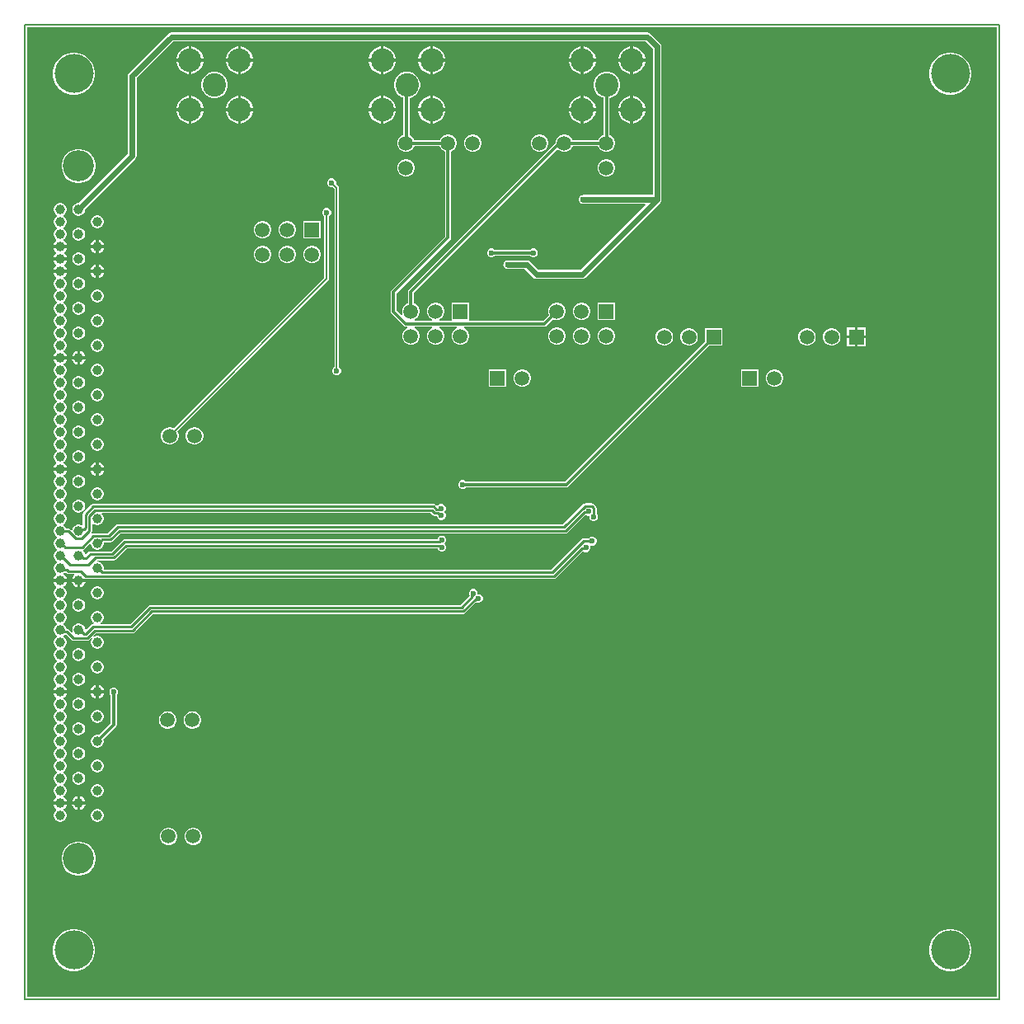
<source format=gbl>
G04*
G04 #@! TF.GenerationSoftware,Altium Limited,Altium Designer,21.7.2 (23)*
G04*
G04 Layer_Physical_Order=2*
G04 Layer_Color=152*
%FSLAX44Y44*%
%MOMM*%
G71*
G04*
G04 #@! TF.SameCoordinates,11932732-5254-49CD-BAFF-0E93D504D006*
G04*
G04*
G04 #@! TF.FilePolarity,Positive*
G04*
G01*
G75*
%ADD10C,0.2000*%
%ADD14C,0.1500*%
%ADD32C,0.3000*%
%ADD42C,0.2400*%
%ADD43C,0.6000*%
%ADD46C,2.4000*%
%ADD47C,1.5000*%
%ADD48R,1.5000X1.5000*%
%ADD49C,3.2000*%
%ADD50C,1.0000*%
%ADD51C,4.0000*%
%ADD52C,0.6000*%
%ADD53C,0.5000*%
G36*
X997500Y2500D02*
X2500D01*
Y997500D01*
X997500D01*
Y2500D01*
D02*
G37*
%LPC*%
G36*
X624743Y977980D02*
X624400D01*
Y965480D01*
X636900D01*
Y965823D01*
X635946Y969384D01*
X634103Y972576D01*
X631496Y975183D01*
X628304Y977026D01*
X624743Y977980D01*
D02*
G37*
G36*
X621400D02*
X621057D01*
X617496Y977026D01*
X614304Y975183D01*
X611697Y972576D01*
X609854Y969384D01*
X608900Y965823D01*
Y965480D01*
X621400D01*
Y977980D01*
D02*
G37*
G36*
X573943D02*
X573600D01*
Y965480D01*
X586100D01*
Y965823D01*
X585146Y969384D01*
X583303Y972576D01*
X580696Y975183D01*
X577504Y977026D01*
X573943Y977980D01*
D02*
G37*
G36*
X570600D02*
X570257D01*
X566696Y977026D01*
X563504Y975183D01*
X560897Y972576D01*
X559054Y969384D01*
X558100Y965823D01*
Y965480D01*
X570600D01*
Y977980D01*
D02*
G37*
G36*
X419343D02*
X419000D01*
Y965480D01*
X431500D01*
Y965823D01*
X430546Y969384D01*
X428703Y972576D01*
X426096Y975183D01*
X422904Y977026D01*
X419343Y977980D01*
D02*
G37*
G36*
X416000D02*
X415657D01*
X412096Y977026D01*
X408904Y975183D01*
X406297Y972576D01*
X404454Y969384D01*
X403500Y965823D01*
Y965480D01*
X416000D01*
Y977980D01*
D02*
G37*
G36*
X368543D02*
X368200D01*
Y965480D01*
X380700D01*
Y965823D01*
X379746Y969384D01*
X377903Y972576D01*
X375296Y975183D01*
X372104Y977026D01*
X368543Y977980D01*
D02*
G37*
G36*
X365200D02*
X364857D01*
X361296Y977026D01*
X358104Y975183D01*
X355497Y972576D01*
X353654Y969384D01*
X352700Y965823D01*
Y965480D01*
X365200D01*
Y977980D01*
D02*
G37*
G36*
X221843D02*
X221500D01*
Y965480D01*
X234000D01*
Y965823D01*
X233046Y969384D01*
X231203Y972576D01*
X228596Y975183D01*
X225404Y977026D01*
X221843Y977980D01*
D02*
G37*
G36*
X218500D02*
X218157D01*
X214596Y977026D01*
X211404Y975183D01*
X208797Y972576D01*
X206954Y969384D01*
X206000Y965823D01*
Y965480D01*
X218500D01*
Y977980D01*
D02*
G37*
G36*
X171043D02*
X170700D01*
Y965480D01*
X183200D01*
Y965823D01*
X182246Y969384D01*
X180403Y972576D01*
X177796Y975183D01*
X174604Y977026D01*
X171043Y977980D01*
D02*
G37*
G36*
X167700D02*
X167357D01*
X163796Y977026D01*
X160604Y975183D01*
X157997Y972576D01*
X156154Y969384D01*
X155200Y965823D01*
Y965480D01*
X167700D01*
Y977980D01*
D02*
G37*
G36*
X636900Y962480D02*
X624400D01*
Y949980D01*
X624743D01*
X628304Y950934D01*
X631496Y952777D01*
X634103Y955384D01*
X635946Y958576D01*
X636900Y962137D01*
Y962480D01*
D02*
G37*
G36*
X621400D02*
X608900D01*
Y962137D01*
X609854Y958576D01*
X611697Y955384D01*
X614304Y952777D01*
X617496Y950934D01*
X621057Y949980D01*
X621400D01*
Y962480D01*
D02*
G37*
G36*
X586100D02*
X573600D01*
Y949980D01*
X573943D01*
X577504Y950934D01*
X580696Y952777D01*
X583303Y955384D01*
X585146Y958576D01*
X586100Y962137D01*
Y962480D01*
D02*
G37*
G36*
X570600D02*
X558100D01*
Y962137D01*
X559054Y958576D01*
X560897Y955384D01*
X563504Y952777D01*
X566696Y950934D01*
X570257Y949980D01*
X570600D01*
Y962480D01*
D02*
G37*
G36*
X431500D02*
X419000D01*
Y949980D01*
X419343D01*
X422904Y950934D01*
X426096Y952777D01*
X428703Y955384D01*
X430546Y958576D01*
X431500Y962137D01*
Y962480D01*
D02*
G37*
G36*
X416000D02*
X403500D01*
Y962137D01*
X404454Y958576D01*
X406297Y955384D01*
X408904Y952777D01*
X412096Y950934D01*
X415657Y949980D01*
X416000D01*
Y962480D01*
D02*
G37*
G36*
X380700D02*
X368200D01*
Y949980D01*
X368543D01*
X372104Y950934D01*
X375296Y952777D01*
X377903Y955384D01*
X379746Y958576D01*
X380700Y962137D01*
Y962480D01*
D02*
G37*
G36*
X365200D02*
X352700D01*
Y962137D01*
X353654Y958576D01*
X355497Y955384D01*
X358104Y952777D01*
X361296Y950934D01*
X364857Y949980D01*
X365200D01*
Y962480D01*
D02*
G37*
G36*
X234000D02*
X221500D01*
Y949980D01*
X221843D01*
X225404Y950934D01*
X228596Y952777D01*
X231203Y955384D01*
X233046Y958576D01*
X234000Y962137D01*
Y962480D01*
D02*
G37*
G36*
X218500D02*
X206000D01*
Y962137D01*
X206954Y958576D01*
X208797Y955384D01*
X211404Y952777D01*
X214596Y950934D01*
X218157Y949980D01*
X218500D01*
Y962480D01*
D02*
G37*
G36*
X183200D02*
X170700D01*
Y949980D01*
X171043D01*
X174604Y950934D01*
X177796Y952777D01*
X180403Y955384D01*
X182246Y958576D01*
X183200Y962137D01*
Y962480D01*
D02*
G37*
G36*
X167700D02*
X155200D01*
Y962137D01*
X156154Y958576D01*
X157997Y955384D01*
X160604Y952777D01*
X163796Y950934D01*
X167357Y949980D01*
X167700D01*
Y962480D01*
D02*
G37*
G36*
X52117Y971500D02*
X47882D01*
X43728Y970674D01*
X39816Y969053D01*
X36294Y966700D01*
X33300Y963706D01*
X30947Y960184D01*
X29326Y956271D01*
X28500Y952118D01*
Y947883D01*
X29326Y943729D01*
X30947Y939816D01*
X33300Y936295D01*
X36294Y933300D01*
X39816Y930947D01*
X43728Y929326D01*
X47882Y928500D01*
X52117D01*
X56271Y929326D01*
X60184Y930947D01*
X63705Y933300D01*
X66700Y936295D01*
X69053Y939816D01*
X70674Y943729D01*
X71500Y947883D01*
Y952118D01*
X70674Y956271D01*
X69053Y960184D01*
X66700Y963706D01*
X63705Y966700D01*
X60184Y969053D01*
X56271Y970674D01*
X52117Y971500D01*
D02*
G37*
G36*
X952118Y971500D02*
X947882D01*
X943729Y970674D01*
X939816Y969053D01*
X936295Y966700D01*
X933300Y963705D01*
X930947Y960184D01*
X929326Y956271D01*
X928500Y952118D01*
Y947882D01*
X929326Y943729D01*
X930947Y939816D01*
X933300Y936295D01*
X936295Y933300D01*
X939816Y930947D01*
X943729Y929326D01*
X947882Y928500D01*
X952118D01*
X956271Y929326D01*
X960184Y930947D01*
X963705Y933300D01*
X966700Y936295D01*
X969053Y939816D01*
X970674Y943729D01*
X971500Y947882D01*
Y952118D01*
X970674Y956271D01*
X969053Y960184D01*
X966700Y963705D01*
X963705Y966700D01*
X960184Y969053D01*
X956271Y970674D01*
X952118Y971500D01*
D02*
G37*
G36*
X196377Y952080D02*
X192823D01*
X189389Y951160D01*
X186311Y949383D01*
X183797Y946869D01*
X182020Y943791D01*
X181100Y940357D01*
Y936803D01*
X182020Y933369D01*
X183797Y930291D01*
X186311Y927777D01*
X189389Y926000D01*
X192823Y925080D01*
X196377D01*
X199811Y926000D01*
X202889Y927777D01*
X205403Y930291D01*
X207180Y933369D01*
X208100Y936803D01*
Y940357D01*
X207180Y943791D01*
X205403Y946869D01*
X202889Y949383D01*
X199811Y951160D01*
X196377Y952080D01*
D02*
G37*
G36*
X624743Y927180D02*
X624400D01*
Y914680D01*
X636900D01*
Y915023D01*
X635946Y918584D01*
X634103Y921776D01*
X631496Y924383D01*
X628304Y926226D01*
X624743Y927180D01*
D02*
G37*
G36*
X621400D02*
X621057D01*
X617496Y926226D01*
X614304Y924383D01*
X611697Y921776D01*
X609854Y918584D01*
X608900Y915023D01*
Y914680D01*
X621400D01*
Y927180D01*
D02*
G37*
G36*
X573943D02*
X573600D01*
Y914680D01*
X586100D01*
Y915023D01*
X585146Y918584D01*
X583303Y921776D01*
X580696Y924383D01*
X577504Y926226D01*
X573943Y927180D01*
D02*
G37*
G36*
X570600D02*
X570257D01*
X566696Y926226D01*
X563504Y924383D01*
X560897Y921776D01*
X559054Y918584D01*
X558100Y915023D01*
Y914680D01*
X570600D01*
Y927180D01*
D02*
G37*
G36*
X419343D02*
X419000D01*
Y914680D01*
X431500D01*
Y915023D01*
X430546Y918584D01*
X428703Y921776D01*
X426096Y924383D01*
X422904Y926226D01*
X419343Y927180D01*
D02*
G37*
G36*
X416000D02*
X415657D01*
X412096Y926226D01*
X408904Y924383D01*
X406297Y921776D01*
X404454Y918584D01*
X403500Y915023D01*
Y914680D01*
X416000D01*
Y927180D01*
D02*
G37*
G36*
X368543D02*
X368200D01*
Y914680D01*
X380700D01*
Y915023D01*
X379746Y918584D01*
X377903Y921776D01*
X375296Y924383D01*
X372104Y926226D01*
X368543Y927180D01*
D02*
G37*
G36*
X365200D02*
X364857D01*
X361296Y926226D01*
X358104Y924383D01*
X355497Y921776D01*
X353654Y918584D01*
X352700Y915023D01*
Y914680D01*
X365200D01*
Y927180D01*
D02*
G37*
G36*
X221843D02*
X221500D01*
Y914680D01*
X234000D01*
Y915023D01*
X233046Y918584D01*
X231203Y921776D01*
X228596Y924383D01*
X225404Y926226D01*
X221843Y927180D01*
D02*
G37*
G36*
X218500D02*
X218157D01*
X214596Y926226D01*
X211404Y924383D01*
X208797Y921776D01*
X206954Y918584D01*
X206000Y915023D01*
Y914680D01*
X218500D01*
Y927180D01*
D02*
G37*
G36*
X171043D02*
X170700D01*
Y914680D01*
X183200D01*
Y915023D01*
X182246Y918584D01*
X180403Y921776D01*
X177796Y924383D01*
X174604Y926226D01*
X171043Y927180D01*
D02*
G37*
G36*
X167700D02*
X167357D01*
X163796Y926226D01*
X160604Y924383D01*
X157997Y921776D01*
X156154Y918584D01*
X155200Y915023D01*
Y914680D01*
X167700D01*
Y927180D01*
D02*
G37*
G36*
X636900Y911680D02*
X624400D01*
Y899180D01*
X624743D01*
X628304Y900134D01*
X631496Y901977D01*
X634103Y904584D01*
X635946Y907776D01*
X636900Y911337D01*
Y911680D01*
D02*
G37*
G36*
X621400D02*
X608900D01*
Y911337D01*
X609854Y907776D01*
X611697Y904584D01*
X614304Y901977D01*
X617496Y900134D01*
X621057Y899180D01*
X621400D01*
Y911680D01*
D02*
G37*
G36*
X586100D02*
X573600D01*
Y899180D01*
X573943D01*
X577504Y900134D01*
X580696Y901977D01*
X583303Y904584D01*
X585146Y907776D01*
X586100Y911337D01*
Y911680D01*
D02*
G37*
G36*
X570600D02*
X558100D01*
Y911337D01*
X559054Y907776D01*
X560897Y904584D01*
X563504Y901977D01*
X566696Y900134D01*
X570257Y899180D01*
X570600D01*
Y911680D01*
D02*
G37*
G36*
X431500D02*
X419000D01*
Y899180D01*
X419343D01*
X422904Y900134D01*
X426096Y901977D01*
X428703Y904584D01*
X430546Y907776D01*
X431500Y911337D01*
Y911680D01*
D02*
G37*
G36*
X416000D02*
X403500D01*
Y911337D01*
X404454Y907776D01*
X406297Y904584D01*
X408904Y901977D01*
X412096Y900134D01*
X415657Y899180D01*
X416000D01*
Y911680D01*
D02*
G37*
G36*
X380700D02*
X368200D01*
Y899180D01*
X368543D01*
X372104Y900134D01*
X375296Y901977D01*
X377903Y904584D01*
X379746Y907776D01*
X380700Y911337D01*
Y911680D01*
D02*
G37*
G36*
X365200D02*
X352700D01*
Y911337D01*
X353654Y907776D01*
X355497Y904584D01*
X358104Y901977D01*
X361296Y900134D01*
X364857Y899180D01*
X365200D01*
Y911680D01*
D02*
G37*
G36*
X234000D02*
X221500D01*
Y899180D01*
X221843D01*
X225404Y900134D01*
X228596Y901977D01*
X231203Y904584D01*
X233046Y907776D01*
X234000Y911337D01*
Y911680D01*
D02*
G37*
G36*
X218500D02*
X206000D01*
Y911337D01*
X206954Y907776D01*
X208797Y904584D01*
X211404Y901977D01*
X214596Y900134D01*
X218157Y899180D01*
X218500D01*
Y911680D01*
D02*
G37*
G36*
X183200D02*
X170700D01*
Y899180D01*
X171043D01*
X174604Y900134D01*
X177796Y901977D01*
X180403Y904584D01*
X182246Y907776D01*
X183200Y911337D01*
Y911680D01*
D02*
G37*
G36*
X167700D02*
X155200D01*
Y911337D01*
X156154Y907776D01*
X157997Y904584D01*
X160604Y901977D01*
X163796Y900134D01*
X167357Y899180D01*
X167700D01*
Y911680D01*
D02*
G37*
G36*
X599277Y952080D02*
X595723D01*
X592289Y951160D01*
X589211Y949383D01*
X586697Y946869D01*
X584920Y943791D01*
X584000Y940357D01*
Y936803D01*
X584920Y933369D01*
X586697Y930291D01*
X589211Y927777D01*
X592289Y926000D01*
X594141Y925504D01*
Y887418D01*
X593426Y887227D01*
X591374Y886042D01*
X589698Y884366D01*
X588513Y882314D01*
X588402Y881899D01*
X562218D01*
X562107Y882314D01*
X560922Y884366D01*
X559246Y886042D01*
X557194Y887227D01*
X554905Y887840D01*
X552535D01*
X550246Y887227D01*
X548194Y886042D01*
X546518Y884366D01*
X545333Y882314D01*
X544720Y880025D01*
Y878933D01*
X544381Y878707D01*
X544381Y878707D01*
X394077Y728403D01*
X393414Y727411D01*
X393181Y726240D01*
X393181Y726240D01*
Y714618D01*
X392766Y714507D01*
X390714Y713322D01*
X389038Y711646D01*
X387853Y709594D01*
X387240Y707305D01*
Y704935D01*
X387779Y702923D01*
X386843Y702221D01*
X386732Y702174D01*
X381519Y707387D01*
Y724433D01*
X436503Y779417D01*
X437166Y780409D01*
X437399Y781580D01*
X437399Y781580D01*
Y870342D01*
X437814Y870453D01*
X439866Y871638D01*
X441542Y873314D01*
X442727Y875366D01*
X443340Y877655D01*
Y880025D01*
X442727Y882314D01*
X441542Y884366D01*
X439866Y886042D01*
X437814Y887227D01*
X435525Y887840D01*
X433155D01*
X430866Y887227D01*
X428814Y886042D01*
X427138Y884366D01*
X425953Y882314D01*
X425842Y881899D01*
X399658D01*
X399547Y882314D01*
X398362Y884366D01*
X396686Y886042D01*
X394689Y887195D01*
Y925297D01*
X397311Y926000D01*
X400389Y927777D01*
X402903Y930291D01*
X404680Y933369D01*
X405600Y936803D01*
Y940357D01*
X404680Y943791D01*
X402903Y946869D01*
X400389Y949383D01*
X397311Y951160D01*
X393877Y952080D01*
X390323D01*
X386889Y951160D01*
X383811Y949383D01*
X381297Y946869D01*
X379520Y943791D01*
X378600Y940357D01*
Y936803D01*
X379520Y933369D01*
X381297Y930291D01*
X383811Y927777D01*
X386889Y926000D01*
X388571Y925549D01*
Y887464D01*
X387686Y887227D01*
X385634Y886042D01*
X383958Y884366D01*
X382773Y882314D01*
X382160Y880025D01*
Y877655D01*
X382773Y875366D01*
X383958Y873314D01*
X385634Y871638D01*
X387686Y870453D01*
X389975Y869840D01*
X392345D01*
X394634Y870453D01*
X396686Y871638D01*
X398362Y873314D01*
X399547Y875366D01*
X399658Y875781D01*
X425842D01*
X425953Y875366D01*
X427138Y873314D01*
X428814Y871638D01*
X430866Y870453D01*
X431281Y870342D01*
Y782847D01*
X376297Y727863D01*
X375634Y726870D01*
X375401Y725700D01*
X375401Y725700D01*
Y706120D01*
X375401Y706120D01*
X375634Y704949D01*
X376297Y703957D01*
X388997Y691257D01*
X388997Y691257D01*
X389990Y690594D01*
X391160Y690361D01*
X391160Y690361D01*
X392541D01*
X392766Y689107D01*
X390714Y687922D01*
X389038Y686246D01*
X387853Y684194D01*
X387240Y681905D01*
Y679535D01*
X387853Y677246D01*
X389038Y675194D01*
X390714Y673518D01*
X392766Y672333D01*
X395055Y671720D01*
X397425D01*
X399714Y672333D01*
X401766Y673518D01*
X403442Y675194D01*
X404627Y677246D01*
X405240Y679535D01*
Y681905D01*
X404627Y684194D01*
X403442Y686246D01*
X401766Y687922D01*
X399714Y689107D01*
X399939Y690361D01*
X417941D01*
X418166Y689107D01*
X416114Y687922D01*
X414438Y686246D01*
X413253Y684194D01*
X412640Y681905D01*
Y679535D01*
X413253Y677246D01*
X414438Y675194D01*
X416114Y673518D01*
X418166Y672333D01*
X420455Y671720D01*
X422825D01*
X425114Y672333D01*
X427166Y673518D01*
X428842Y675194D01*
X430027Y677246D01*
X430640Y679535D01*
Y681905D01*
X430027Y684194D01*
X428842Y686246D01*
X427166Y687922D01*
X425114Y689107D01*
X425339Y690361D01*
X443341D01*
X443566Y689107D01*
X441514Y687922D01*
X439838Y686246D01*
X438653Y684194D01*
X438040Y681905D01*
Y679535D01*
X438653Y677246D01*
X439838Y675194D01*
X441514Y673518D01*
X443566Y672333D01*
X445855Y671720D01*
X448225D01*
X450514Y672333D01*
X452566Y673518D01*
X454242Y675194D01*
X455427Y677246D01*
X456040Y679535D01*
Y681905D01*
X455427Y684194D01*
X454242Y686246D01*
X452566Y687922D01*
X450514Y689107D01*
X450739Y690361D01*
X533400D01*
X533400Y690361D01*
X534571Y690594D01*
X535563Y691257D01*
X542254Y697948D01*
X542626Y697733D01*
X544915Y697120D01*
X547285D01*
X549574Y697733D01*
X551626Y698918D01*
X553302Y700594D01*
X554487Y702646D01*
X555100Y704935D01*
Y707305D01*
X554487Y709594D01*
X553302Y711646D01*
X551626Y713322D01*
X549574Y714507D01*
X547285Y715120D01*
X544915D01*
X542626Y714507D01*
X540574Y713322D01*
X538898Y711646D01*
X537713Y709594D01*
X537100Y707305D01*
Y704935D01*
X537713Y702646D01*
X537928Y702274D01*
X532133Y696479D01*
X457044D01*
X456040Y697120D01*
X456040Y697749D01*
Y715120D01*
X438040D01*
Y697749D01*
X438040Y697120D01*
X437036Y696479D01*
X425339D01*
X425114Y697733D01*
X427166Y698918D01*
X428842Y700594D01*
X430027Y702646D01*
X430640Y704935D01*
Y707305D01*
X430027Y709594D01*
X428842Y711646D01*
X427166Y713322D01*
X425114Y714507D01*
X422825Y715120D01*
X420455D01*
X418166Y714507D01*
X416114Y713322D01*
X414438Y711646D01*
X413253Y709594D01*
X412640Y707305D01*
Y704935D01*
X413253Y702646D01*
X414438Y700594D01*
X416114Y698918D01*
X418166Y697733D01*
X417941Y696479D01*
X399939D01*
X399714Y697733D01*
X401766Y698918D01*
X403442Y700594D01*
X404627Y702646D01*
X405240Y704935D01*
Y707305D01*
X404627Y709594D01*
X403442Y711646D01*
X401766Y713322D01*
X399714Y714507D01*
X399299Y714618D01*
Y724973D01*
X547079Y872753D01*
X548194Y871638D01*
X550246Y870453D01*
X552535Y869840D01*
X554905D01*
X557194Y870453D01*
X559246Y871638D01*
X560922Y873314D01*
X562107Y875366D01*
X562218Y875781D01*
X588402D01*
X588513Y875366D01*
X589698Y873314D01*
X591374Y871638D01*
X593426Y870453D01*
X595715Y869840D01*
X598085D01*
X600374Y870453D01*
X602426Y871638D01*
X604102Y873314D01*
X605287Y875366D01*
X605900Y877655D01*
Y880025D01*
X605287Y882314D01*
X604102Y884366D01*
X602426Y886042D01*
X600374Y887227D01*
X600259Y887258D01*
Y925343D01*
X602711Y926000D01*
X605789Y927777D01*
X608303Y930291D01*
X610080Y933369D01*
X611000Y936803D01*
Y940357D01*
X610080Y943791D01*
X608303Y946869D01*
X605789Y949383D01*
X602711Y951160D01*
X599277Y952080D01*
D02*
G37*
G36*
X529505Y887840D02*
X527135D01*
X524846Y887227D01*
X522794Y886042D01*
X521118Y884366D01*
X519933Y882314D01*
X519320Y880025D01*
Y877655D01*
X519933Y875366D01*
X521118Y873314D01*
X522794Y871638D01*
X524846Y870453D01*
X527135Y869840D01*
X529505D01*
X531794Y870453D01*
X533846Y871638D01*
X535522Y873314D01*
X536707Y875366D01*
X537320Y877655D01*
Y880025D01*
X536707Y882314D01*
X535522Y884366D01*
X533846Y886042D01*
X531794Y887227D01*
X529505Y887840D01*
D02*
G37*
G36*
X460925D02*
X458555D01*
X456266Y887227D01*
X454214Y886042D01*
X452538Y884366D01*
X451353Y882314D01*
X450740Y880025D01*
Y877655D01*
X451353Y875366D01*
X452538Y873314D01*
X454214Y871638D01*
X456266Y870453D01*
X458555Y869840D01*
X460925D01*
X463214Y870453D01*
X465266Y871638D01*
X466942Y873314D01*
X468127Y875366D01*
X468740Y877655D01*
Y880025D01*
X468127Y882314D01*
X466942Y884366D01*
X465266Y886042D01*
X463214Y887227D01*
X460925Y887840D01*
D02*
G37*
G36*
X598085Y862440D02*
X595715D01*
X593426Y861827D01*
X591374Y860642D01*
X589698Y858966D01*
X588513Y856914D01*
X587900Y854625D01*
Y852255D01*
X588513Y849966D01*
X589698Y847914D01*
X591374Y846238D01*
X593426Y845053D01*
X595715Y844440D01*
X598085D01*
X600374Y845053D01*
X602426Y846238D01*
X604102Y847914D01*
X605287Y849966D01*
X605900Y852255D01*
Y854625D01*
X605287Y856914D01*
X604102Y858966D01*
X602426Y860642D01*
X600374Y861827D01*
X598085Y862440D01*
D02*
G37*
G36*
X392345D02*
X389975D01*
X387686Y861827D01*
X385634Y860642D01*
X383958Y858966D01*
X382773Y856914D01*
X382160Y854625D01*
Y852255D01*
X382773Y849966D01*
X383958Y847914D01*
X385634Y846238D01*
X387686Y845053D01*
X389975Y844440D01*
X392345D01*
X394634Y845053D01*
X396686Y846238D01*
X398362Y847914D01*
X399547Y849966D01*
X400160Y852255D01*
Y854625D01*
X399547Y856914D01*
X398362Y858966D01*
X396686Y860642D01*
X394634Y861827D01*
X392345Y862440D01*
D02*
G37*
G36*
X56724Y872700D02*
X53276D01*
X49895Y872028D01*
X46711Y870708D01*
X43844Y868793D01*
X41407Y866356D01*
X39492Y863489D01*
X38173Y860305D01*
X37500Y856924D01*
Y853476D01*
X38173Y850095D01*
X39492Y846911D01*
X41407Y844044D01*
X43844Y841607D01*
X46711Y839692D01*
X49895Y838372D01*
X53276Y837700D01*
X56724D01*
X60105Y838372D01*
X63289Y839692D01*
X66156Y841607D01*
X68593Y844044D01*
X70508Y846911D01*
X71828Y850095D01*
X72500Y853476D01*
Y856924D01*
X71828Y860305D01*
X70508Y863489D01*
X68593Y866356D01*
X66156Y868793D01*
X63289Y870708D01*
X60105Y872028D01*
X56724Y872700D01*
D02*
G37*
G36*
X74906Y804550D02*
X73194D01*
X71541Y804107D01*
X70059Y803251D01*
X68849Y802041D01*
X67993Y800559D01*
X67550Y798906D01*
Y797194D01*
X67993Y795541D01*
X68849Y794059D01*
X70059Y792849D01*
X71541Y791993D01*
X73194Y791550D01*
X74906D01*
X76559Y791993D01*
X78041Y792849D01*
X79251Y794059D01*
X80107Y795541D01*
X80550Y797194D01*
Y798906D01*
X80107Y800559D01*
X79251Y802041D01*
X78041Y803251D01*
X76559Y804107D01*
X74906Y804550D01*
D02*
G37*
G36*
X303640Y798940D02*
X285640D01*
Y780940D01*
X303640D01*
Y798940D01*
D02*
G37*
G36*
X270425D02*
X268055D01*
X265766Y798327D01*
X263714Y797142D01*
X262038Y795466D01*
X260853Y793414D01*
X260240Y791125D01*
Y788755D01*
X260853Y786466D01*
X262038Y784414D01*
X263714Y782738D01*
X265766Y781553D01*
X268055Y780940D01*
X270425D01*
X272714Y781553D01*
X274766Y782738D01*
X276442Y784414D01*
X277627Y786466D01*
X278240Y788755D01*
Y791125D01*
X277627Y793414D01*
X276442Y795466D01*
X274766Y797142D01*
X272714Y798327D01*
X270425Y798940D01*
D02*
G37*
G36*
X245025D02*
X242655D01*
X240366Y798327D01*
X238314Y797142D01*
X236638Y795466D01*
X235453Y793414D01*
X234840Y791125D01*
Y788755D01*
X235453Y786466D01*
X236638Y784414D01*
X238314Y782738D01*
X240366Y781553D01*
X242655Y780940D01*
X245025D01*
X247314Y781553D01*
X249366Y782738D01*
X251042Y784414D01*
X252227Y786466D01*
X252840Y788755D01*
Y791125D01*
X252227Y793414D01*
X251042Y795466D01*
X249366Y797142D01*
X247314Y798327D01*
X245025Y798940D01*
D02*
G37*
G36*
X55856Y791850D02*
X54144D01*
X52491Y791407D01*
X51009Y790551D01*
X49799Y789341D01*
X48943Y787859D01*
X48500Y786206D01*
Y784494D01*
X48943Y782841D01*
X49799Y781359D01*
X51009Y780149D01*
X52491Y779293D01*
X54144Y778850D01*
X55856D01*
X57509Y779293D01*
X58991Y780149D01*
X60201Y781359D01*
X61057Y782841D01*
X61500Y784494D01*
Y786206D01*
X61057Y787859D01*
X60201Y789341D01*
X58991Y790551D01*
X57509Y791407D01*
X55856Y791850D01*
D02*
G37*
G36*
X75550Y779495D02*
Y774150D01*
X80895D01*
X80573Y775352D01*
X79651Y776948D01*
X78348Y778251D01*
X76752Y779173D01*
X75550Y779495D01*
D02*
G37*
G36*
X72550D02*
X71348Y779173D01*
X69752Y778251D01*
X68449Y776948D01*
X67527Y775352D01*
X67205Y774150D01*
X72550D01*
Y779495D01*
D02*
G37*
G36*
X36806Y817250D02*
X35094D01*
X33441Y816807D01*
X31959Y815951D01*
X30749Y814741D01*
X29893Y813259D01*
X29450Y811606D01*
Y809894D01*
X29893Y808241D01*
X30749Y806759D01*
X31959Y805549D01*
X32678Y805133D01*
Y803667D01*
X31959Y803251D01*
X30749Y802041D01*
X29893Y800559D01*
X29450Y798906D01*
Y797194D01*
X29893Y795541D01*
X30749Y794059D01*
X31959Y792849D01*
X32678Y792433D01*
Y790967D01*
X31959Y790551D01*
X30749Y789341D01*
X29893Y787859D01*
X29450Y786206D01*
Y784494D01*
X29893Y782841D01*
X30749Y781359D01*
X31959Y780149D01*
X32178Y780022D01*
Y778555D01*
X31652Y778251D01*
X30349Y776948D01*
X29427Y775352D01*
X29105Y774150D01*
X35950D01*
X42795D01*
X42473Y775352D01*
X41551Y776948D01*
X40248Y778251D01*
X39722Y778555D01*
Y780022D01*
X39941Y780149D01*
X41151Y781359D01*
X42007Y782841D01*
X42450Y784494D01*
Y786206D01*
X42007Y787859D01*
X41151Y789341D01*
X39941Y790551D01*
X39221Y790967D01*
Y792433D01*
X39941Y792849D01*
X41151Y794059D01*
X42007Y795541D01*
X42450Y797194D01*
Y798906D01*
X42007Y800559D01*
X41151Y802041D01*
X39941Y803251D01*
X39221Y803667D01*
Y805133D01*
X39941Y805549D01*
X41151Y806759D01*
X42007Y808241D01*
X42450Y809894D01*
Y811606D01*
X42007Y813259D01*
X41151Y814741D01*
X39941Y815951D01*
X38459Y816807D01*
X36806Y817250D01*
D02*
G37*
G36*
X522895Y770500D02*
X521105D01*
X519451Y769815D01*
X518695Y769059D01*
X482305D01*
X481549Y769815D01*
X479895Y770500D01*
X478105D01*
X476451Y769815D01*
X475185Y768549D01*
X474500Y766895D01*
Y765105D01*
X475185Y763451D01*
X476451Y762185D01*
X478105Y761500D01*
X479895D01*
X481549Y762185D01*
X482305Y762941D01*
X518695D01*
X519451Y762185D01*
X521105Y761500D01*
X522895D01*
X524549Y762185D01*
X525815Y763451D01*
X526500Y765105D01*
Y766895D01*
X525815Y768549D01*
X524549Y769815D01*
X522895Y770500D01*
D02*
G37*
G36*
X80895Y771150D02*
X75550D01*
Y765805D01*
X76752Y766127D01*
X78348Y767049D01*
X79651Y768352D01*
X80573Y769948D01*
X80895Y771150D01*
D02*
G37*
G36*
X72550D02*
X67205D01*
X67527Y769948D01*
X68449Y768352D01*
X69752Y767049D01*
X71348Y766127D01*
X72550Y765805D01*
Y771150D01*
D02*
G37*
G36*
X42795D02*
X35950D01*
X29105D01*
X29427Y769948D01*
X30349Y768352D01*
X31652Y767049D01*
X31849Y766935D01*
Y765665D01*
X31652Y765551D01*
X30349Y764248D01*
X29427Y762652D01*
X29105Y761450D01*
X35950D01*
X42795D01*
X42473Y762652D01*
X41551Y764248D01*
X40248Y765551D01*
X40051Y765665D01*
Y766935D01*
X40248Y767049D01*
X41551Y768352D01*
X42473Y769948D01*
X42795Y771150D01*
D02*
G37*
G36*
X295825Y773540D02*
X293455D01*
X291166Y772927D01*
X289114Y771742D01*
X287438Y770066D01*
X286253Y768014D01*
X285640Y765725D01*
Y763355D01*
X286253Y761066D01*
X287438Y759014D01*
X289114Y757338D01*
X291166Y756153D01*
X293455Y755540D01*
X295825D01*
X298114Y756153D01*
X300166Y757338D01*
X301842Y759014D01*
X303027Y761066D01*
X303640Y763355D01*
Y765725D01*
X303027Y768014D01*
X301842Y770066D01*
X300166Y771742D01*
X298114Y772927D01*
X295825Y773540D01*
D02*
G37*
G36*
X270425D02*
X268055D01*
X265766Y772927D01*
X263714Y771742D01*
X262038Y770066D01*
X260853Y768014D01*
X260240Y765725D01*
Y763355D01*
X260853Y761066D01*
X262038Y759014D01*
X263714Y757338D01*
X265766Y756153D01*
X268055Y755540D01*
X270425D01*
X272714Y756153D01*
X274766Y757338D01*
X276442Y759014D01*
X277627Y761066D01*
X278240Y763355D01*
Y765725D01*
X277627Y768014D01*
X276442Y770066D01*
X274766Y771742D01*
X272714Y772927D01*
X270425Y773540D01*
D02*
G37*
G36*
X245025D02*
X242655D01*
X240366Y772927D01*
X238314Y771742D01*
X236638Y770066D01*
X235453Y768014D01*
X234840Y765725D01*
Y763355D01*
X235453Y761066D01*
X236638Y759014D01*
X238314Y757338D01*
X240366Y756153D01*
X242655Y755540D01*
X245025D01*
X247314Y756153D01*
X249366Y757338D01*
X251042Y759014D01*
X252227Y761066D01*
X252840Y763355D01*
Y765725D01*
X252227Y768014D01*
X251042Y770066D01*
X249366Y771742D01*
X247314Y772927D01*
X245025Y773540D01*
D02*
G37*
G36*
X55856Y766450D02*
X54144D01*
X52491Y766007D01*
X51009Y765151D01*
X49799Y763941D01*
X48943Y762459D01*
X48500Y760806D01*
Y759094D01*
X48943Y757441D01*
X49799Y755959D01*
X51009Y754749D01*
X52491Y753893D01*
X54144Y753450D01*
X55856D01*
X57509Y753893D01*
X58991Y754749D01*
X60201Y755959D01*
X61057Y757441D01*
X61500Y759094D01*
Y760806D01*
X61057Y762459D01*
X60201Y763941D01*
X58991Y765151D01*
X57509Y766007D01*
X55856Y766450D01*
D02*
G37*
G36*
X75550Y754095D02*
Y748750D01*
X80895D01*
X80573Y749952D01*
X79651Y751548D01*
X78348Y752851D01*
X76752Y753773D01*
X75550Y754095D01*
D02*
G37*
G36*
X72550D02*
X71348Y753773D01*
X69752Y752851D01*
X68449Y751548D01*
X67527Y749952D01*
X67205Y748750D01*
X72550D01*
Y754095D01*
D02*
G37*
G36*
X42795Y758450D02*
X35950D01*
X29105D01*
X29427Y757248D01*
X30349Y755652D01*
X31652Y754349D01*
X31849Y754235D01*
Y752965D01*
X31652Y752851D01*
X30349Y751548D01*
X29427Y749952D01*
X29105Y748750D01*
X35950D01*
X42795D01*
X42473Y749952D01*
X41551Y751548D01*
X40248Y752851D01*
X40051Y752965D01*
Y754235D01*
X40248Y754349D01*
X41551Y755652D01*
X42473Y757248D01*
X42795Y758450D01*
D02*
G37*
G36*
X638997Y992588D02*
X150000D01*
X148244Y992239D01*
X146756Y991244D01*
X106756Y951244D01*
X105761Y949756D01*
X105412Y948000D01*
Y867651D01*
X55011Y817250D01*
X54144D01*
X52491Y816807D01*
X51009Y815951D01*
X49799Y814741D01*
X48943Y813259D01*
X48500Y811606D01*
Y809894D01*
X48943Y808241D01*
X49799Y806759D01*
X51009Y805549D01*
X52491Y804693D01*
X54144Y804250D01*
X55856D01*
X57509Y804693D01*
X58991Y805549D01*
X60201Y806759D01*
X61057Y808241D01*
X61500Y809894D01*
Y810761D01*
X113244Y862506D01*
X114239Y863994D01*
X114588Y865750D01*
Y946099D01*
X151901Y983412D01*
X637096D01*
X644412Y976096D01*
Y825588D01*
X573000D01*
X572557Y825500D01*
X572105D01*
X571687Y825327D01*
X571244Y825239D01*
X570868Y824988D01*
X570451Y824815D01*
X570131Y824495D01*
X569756Y824244D01*
X569505Y823869D01*
X569185Y823549D01*
X569012Y823132D01*
X568761Y822756D01*
X568673Y822313D01*
X568500Y821895D01*
Y821443D01*
X568412Y821000D01*
X568500Y820557D01*
Y820105D01*
X568673Y819687D01*
X568761Y819244D01*
X569012Y818868D01*
X569185Y818451D01*
X569505Y818131D01*
X569756Y817756D01*
X570131Y817505D01*
X570451Y817185D01*
X570868Y817012D01*
X571244Y816761D01*
X571687Y816673D01*
X572105Y816500D01*
X572557D01*
X573000Y816412D01*
X636264D01*
X636750Y815238D01*
X570099Y748588D01*
X526900D01*
X518244Y757244D01*
X516756Y758239D01*
X515000Y758588D01*
X495625D01*
X495182Y758500D01*
X494730D01*
X494312Y758327D01*
X493869Y758239D01*
X493493Y757988D01*
X493076Y757815D01*
X492756Y757495D01*
X492381Y757244D01*
X492130Y756869D01*
X491810Y756549D01*
X491637Y756132D01*
X491386Y755756D01*
X491298Y755313D01*
X491125Y754895D01*
Y754443D01*
X491037Y754000D01*
X491125Y753557D01*
Y753105D01*
X491298Y752687D01*
X491386Y752244D01*
X491637Y751868D01*
X491810Y751451D01*
X492130Y751131D01*
X492381Y750756D01*
X492756Y750505D01*
X493076Y750185D01*
X493493Y750012D01*
X493869Y749761D01*
X494312Y749673D01*
X494730Y749500D01*
X495182D01*
X495625Y749412D01*
X513100D01*
X521756Y740756D01*
X523244Y739761D01*
X525000Y739412D01*
X572000D01*
X573756Y739761D01*
X575244Y740756D01*
X652244Y817756D01*
X653239Y819244D01*
X653588Y821000D01*
Y977997D01*
X653239Y979753D01*
X652244Y981241D01*
X642241Y991244D01*
X640752Y992239D01*
X638997Y992588D01*
D02*
G37*
G36*
X80895Y745750D02*
X75550D01*
Y740405D01*
X76752Y740727D01*
X78348Y741649D01*
X79651Y742952D01*
X80573Y744548D01*
X80895Y745750D01*
D02*
G37*
G36*
X72550D02*
X67205D01*
X67527Y744548D01*
X68449Y742952D01*
X69752Y741649D01*
X71348Y740727D01*
X72550Y740405D01*
Y745750D01*
D02*
G37*
G36*
X55856Y741050D02*
X54144D01*
X52491Y740607D01*
X51009Y739751D01*
X49799Y738541D01*
X48943Y737059D01*
X48500Y735406D01*
Y733694D01*
X48943Y732041D01*
X49799Y730559D01*
X51009Y729349D01*
X52491Y728493D01*
X54144Y728050D01*
X55856D01*
X57509Y728493D01*
X58991Y729349D01*
X60201Y730559D01*
X61057Y732041D01*
X61500Y733694D01*
Y735406D01*
X61057Y737059D01*
X60201Y738541D01*
X58991Y739751D01*
X57509Y740607D01*
X55856Y741050D01*
D02*
G37*
G36*
X74906Y728350D02*
X73194D01*
X71541Y727907D01*
X70059Y727051D01*
X68849Y725841D01*
X67993Y724359D01*
X67550Y722706D01*
Y720994D01*
X67993Y719341D01*
X68849Y717859D01*
X70059Y716649D01*
X71541Y715793D01*
X73194Y715350D01*
X74906D01*
X76559Y715793D01*
X78041Y716649D01*
X79251Y717859D01*
X80107Y719341D01*
X80550Y720994D01*
Y722706D01*
X80107Y724359D01*
X79251Y725841D01*
X78041Y727051D01*
X76559Y727907D01*
X74906Y728350D01*
D02*
G37*
G36*
X55856Y715650D02*
X54144D01*
X52491Y715207D01*
X51009Y714351D01*
X49799Y713141D01*
X48943Y711659D01*
X48500Y710006D01*
Y708294D01*
X48943Y706641D01*
X49799Y705159D01*
X51009Y703949D01*
X52491Y703093D01*
X54144Y702650D01*
X55856D01*
X57509Y703093D01*
X58991Y703949D01*
X60201Y705159D01*
X61057Y706641D01*
X61500Y708294D01*
Y710006D01*
X61057Y711659D01*
X60201Y713141D01*
X58991Y714351D01*
X57509Y715207D01*
X55856Y715650D01*
D02*
G37*
G36*
X605900Y715120D02*
X587900D01*
Y697120D01*
X605900D01*
Y715120D01*
D02*
G37*
G36*
X572685D02*
X570315D01*
X568026Y714507D01*
X565974Y713322D01*
X564298Y711646D01*
X563113Y709594D01*
X562500Y707305D01*
Y704935D01*
X563113Y702646D01*
X564298Y700594D01*
X565974Y698918D01*
X568026Y697733D01*
X570315Y697120D01*
X572685D01*
X574974Y697733D01*
X577026Y698918D01*
X578702Y700594D01*
X579887Y702646D01*
X580500Y704935D01*
Y707305D01*
X579887Y709594D01*
X578702Y711646D01*
X577026Y713322D01*
X574974Y714507D01*
X572685Y715120D01*
D02*
G37*
G36*
X74906Y702950D02*
X73194D01*
X71541Y702507D01*
X70059Y701651D01*
X68849Y700441D01*
X67993Y698959D01*
X67550Y697306D01*
Y695594D01*
X67993Y693941D01*
X68849Y692459D01*
X70059Y691249D01*
X71541Y690393D01*
X73194Y689950D01*
X74906D01*
X76559Y690393D01*
X78041Y691249D01*
X79251Y692459D01*
X80107Y693941D01*
X80550Y695594D01*
Y697306D01*
X80107Y698959D01*
X79251Y700441D01*
X78041Y701651D01*
X76559Y702507D01*
X74906Y702950D01*
D02*
G37*
G36*
X863080Y689340D02*
X855080D01*
Y681340D01*
X863080D01*
Y689340D01*
D02*
G37*
G36*
X852080D02*
X844080D01*
Y681340D01*
X852080D01*
Y689340D01*
D02*
G37*
G36*
X55856Y690250D02*
X54144D01*
X52491Y689807D01*
X51009Y688951D01*
X49799Y687741D01*
X48943Y686259D01*
X48500Y684606D01*
Y682894D01*
X48943Y681241D01*
X49799Y679759D01*
X51009Y678549D01*
X52491Y677693D01*
X54144Y677250D01*
X55856D01*
X57509Y677693D01*
X58991Y678549D01*
X60201Y679759D01*
X61057Y681241D01*
X61500Y682894D01*
Y684606D01*
X61057Y686259D01*
X60201Y687741D01*
X58991Y688951D01*
X57509Y689807D01*
X55856Y690250D01*
D02*
G37*
G36*
X598085Y689720D02*
X595715D01*
X593426Y689107D01*
X591374Y687922D01*
X589698Y686246D01*
X588513Y684194D01*
X587900Y681905D01*
Y679535D01*
X588513Y677246D01*
X589698Y675194D01*
X591374Y673518D01*
X593426Y672333D01*
X595715Y671720D01*
X598085D01*
X600374Y672333D01*
X602426Y673518D01*
X604102Y675194D01*
X605287Y677246D01*
X605900Y679535D01*
Y681905D01*
X605287Y684194D01*
X604102Y686246D01*
X602426Y687922D01*
X600374Y689107D01*
X598085Y689720D01*
D02*
G37*
G36*
X572685D02*
X570315D01*
X568026Y689107D01*
X565974Y687922D01*
X564298Y686246D01*
X563113Y684194D01*
X562500Y681905D01*
Y679535D01*
X563113Y677246D01*
X564298Y675194D01*
X565974Y673518D01*
X568026Y672333D01*
X570315Y671720D01*
X572685D01*
X574974Y672333D01*
X577026Y673518D01*
X578702Y675194D01*
X579887Y677246D01*
X580500Y679535D01*
Y681905D01*
X579887Y684194D01*
X578702Y686246D01*
X577026Y687922D01*
X574974Y689107D01*
X572685Y689720D01*
D02*
G37*
G36*
X547285D02*
X544915D01*
X542626Y689107D01*
X540574Y687922D01*
X538898Y686246D01*
X537713Y684194D01*
X537100Y681905D01*
Y679535D01*
X537713Y677246D01*
X538898Y675194D01*
X540574Y673518D01*
X542626Y672333D01*
X544915Y671720D01*
X547285D01*
X549574Y672333D01*
X551626Y673518D01*
X553302Y675194D01*
X554487Y677246D01*
X555100Y679535D01*
Y681905D01*
X554487Y684194D01*
X553302Y686246D01*
X551626Y687922D01*
X549574Y689107D01*
X547285Y689720D01*
D02*
G37*
G36*
X829365Y688840D02*
X826995D01*
X824706Y688227D01*
X822654Y687042D01*
X820978Y685366D01*
X819793Y683314D01*
X819180Y681025D01*
Y678655D01*
X819793Y676366D01*
X820978Y674314D01*
X822654Y672638D01*
X824706Y671453D01*
X826995Y670840D01*
X829365D01*
X831654Y671453D01*
X833706Y672638D01*
X835382Y674314D01*
X836567Y676366D01*
X837180Y678655D01*
Y681025D01*
X836567Y683314D01*
X835382Y685366D01*
X833706Y687042D01*
X831654Y688227D01*
X829365Y688840D01*
D02*
G37*
G36*
X803965D02*
X801595D01*
X799306Y688227D01*
X797254Y687042D01*
X795578Y685366D01*
X794393Y683314D01*
X793780Y681025D01*
Y678655D01*
X794393Y676366D01*
X795578Y674314D01*
X797254Y672638D01*
X799306Y671453D01*
X801595Y670840D01*
X803965D01*
X806254Y671453D01*
X808306Y672638D01*
X809982Y674314D01*
X811167Y676366D01*
X811780Y678655D01*
Y681025D01*
X811167Y683314D01*
X809982Y685366D01*
X808306Y687042D01*
X806254Y688227D01*
X803965Y688840D01*
D02*
G37*
G36*
X682885D02*
X680515D01*
X678226Y688227D01*
X676174Y687042D01*
X674498Y685366D01*
X673313Y683314D01*
X672700Y681025D01*
Y678655D01*
X673313Y676366D01*
X674498Y674314D01*
X676174Y672638D01*
X678226Y671453D01*
X680515Y670840D01*
X682885D01*
X685174Y671453D01*
X687226Y672638D01*
X688902Y674314D01*
X690087Y676366D01*
X690700Y678655D01*
Y681025D01*
X690087Y683314D01*
X688902Y685366D01*
X687226Y687042D01*
X685174Y688227D01*
X682885Y688840D01*
D02*
G37*
G36*
X657485D02*
X655115D01*
X652826Y688227D01*
X650774Y687042D01*
X649098Y685366D01*
X647913Y683314D01*
X647300Y681025D01*
Y678655D01*
X647913Y676366D01*
X649098Y674314D01*
X650774Y672638D01*
X652826Y671453D01*
X655115Y670840D01*
X657485D01*
X659774Y671453D01*
X661826Y672638D01*
X663502Y674314D01*
X664687Y676366D01*
X665300Y678655D01*
Y681025D01*
X664687Y683314D01*
X663502Y685366D01*
X661826Y687042D01*
X659774Y688227D01*
X657485Y688840D01*
D02*
G37*
G36*
X863080Y678340D02*
X855080D01*
Y670340D01*
X863080D01*
Y678340D01*
D02*
G37*
G36*
X852080D02*
X844080D01*
Y670340D01*
X852080D01*
Y678340D01*
D02*
G37*
G36*
X74906Y677550D02*
X73194D01*
X71541Y677107D01*
X70059Y676251D01*
X68849Y675041D01*
X67993Y673559D01*
X67550Y671906D01*
Y670194D01*
X67993Y668541D01*
X68849Y667059D01*
X70059Y665849D01*
X71541Y664993D01*
X73194Y664550D01*
X74906D01*
X76559Y664993D01*
X78041Y665849D01*
X79251Y667059D01*
X80107Y668541D01*
X80550Y670194D01*
Y671906D01*
X80107Y673559D01*
X79251Y675041D01*
X78041Y676251D01*
X76559Y677107D01*
X74906Y677550D01*
D02*
G37*
G36*
X56500Y665195D02*
Y659850D01*
X61845D01*
X61523Y661052D01*
X60601Y662648D01*
X59298Y663951D01*
X57702Y664873D01*
X56500Y665195D01*
D02*
G37*
G36*
X53500D02*
X52298Y664873D01*
X50702Y663951D01*
X49399Y662648D01*
X48477Y661052D01*
X48155Y659850D01*
X53500D01*
Y665195D01*
D02*
G37*
G36*
X42795Y745750D02*
X35950D01*
X29105D01*
X29427Y744548D01*
X30349Y742952D01*
X31652Y741649D01*
X32178Y741345D01*
Y739878D01*
X31959Y739751D01*
X30749Y738541D01*
X29893Y737059D01*
X29450Y735406D01*
Y733694D01*
X29893Y732041D01*
X30749Y730559D01*
X31959Y729349D01*
X32678Y728933D01*
Y727467D01*
X31959Y727051D01*
X30749Y725841D01*
X29893Y724359D01*
X29450Y722706D01*
Y720994D01*
X29893Y719341D01*
X30749Y717859D01*
X31959Y716649D01*
X32678Y716233D01*
Y714767D01*
X31959Y714351D01*
X30749Y713141D01*
X29893Y711659D01*
X29450Y710006D01*
Y708294D01*
X29893Y706641D01*
X30749Y705159D01*
X31959Y703949D01*
X32678Y703533D01*
Y702067D01*
X31959Y701651D01*
X30749Y700441D01*
X29893Y698959D01*
X29450Y697306D01*
Y695594D01*
X29893Y693941D01*
X30749Y692459D01*
X31959Y691249D01*
X32678Y690833D01*
Y689367D01*
X31959Y688951D01*
X30749Y687741D01*
X29893Y686259D01*
X29450Y684606D01*
Y682894D01*
X29893Y681241D01*
X30749Y679759D01*
X31959Y678549D01*
X32678Y678133D01*
Y676667D01*
X31959Y676251D01*
X30749Y675041D01*
X29893Y673559D01*
X29450Y671906D01*
Y670194D01*
X29893Y668541D01*
X30749Y667059D01*
X31959Y665849D01*
X32178Y665722D01*
Y664255D01*
X31652Y663951D01*
X30349Y662648D01*
X29427Y661052D01*
X29105Y659850D01*
X35950D01*
X42795D01*
X42473Y661052D01*
X41551Y662648D01*
X40248Y663951D01*
X39722Y664255D01*
Y665722D01*
X39941Y665849D01*
X41151Y667059D01*
X42007Y668541D01*
X42450Y670194D01*
Y671906D01*
X42007Y673559D01*
X41151Y675041D01*
X39941Y676251D01*
X39221Y676667D01*
Y678133D01*
X39941Y678549D01*
X41151Y679759D01*
X42007Y681241D01*
X42450Y682894D01*
Y684606D01*
X42007Y686259D01*
X41151Y687741D01*
X39941Y688951D01*
X39221Y689367D01*
Y690833D01*
X39941Y691249D01*
X41151Y692459D01*
X42007Y693941D01*
X42450Y695594D01*
Y697306D01*
X42007Y698959D01*
X41151Y700441D01*
X39941Y701651D01*
X39221Y702067D01*
Y703533D01*
X39941Y703949D01*
X41151Y705159D01*
X42007Y706641D01*
X42450Y708294D01*
Y710006D01*
X42007Y711659D01*
X41151Y713141D01*
X39941Y714351D01*
X39221Y714767D01*
Y716233D01*
X39941Y716649D01*
X41151Y717859D01*
X42007Y719341D01*
X42450Y720994D01*
Y722706D01*
X42007Y724359D01*
X41151Y725841D01*
X39941Y727051D01*
X39221Y727467D01*
Y728933D01*
X39941Y729349D01*
X41151Y730559D01*
X42007Y732041D01*
X42450Y733694D01*
Y735406D01*
X42007Y737059D01*
X41151Y738541D01*
X39941Y739751D01*
X39722Y739878D01*
Y741345D01*
X40248Y741649D01*
X41551Y742952D01*
X42473Y744548D01*
X42795Y745750D01*
D02*
G37*
G36*
X61845Y656850D02*
X56500D01*
Y651505D01*
X57702Y651827D01*
X59298Y652749D01*
X60601Y654052D01*
X61523Y655648D01*
X61845Y656850D01*
D02*
G37*
G36*
X53500D02*
X48155D01*
X48477Y655648D01*
X49399Y654052D01*
X50702Y652749D01*
X52298Y651827D01*
X53500Y651505D01*
Y656850D01*
D02*
G37*
G36*
X315855Y842700D02*
X314065D01*
X312411Y842015D01*
X311145Y840749D01*
X310460Y839095D01*
Y837305D01*
X311145Y835651D01*
X312411Y834385D01*
X314065Y833700D01*
X315855D01*
X316110Y833806D01*
X317746Y832170D01*
Y649081D01*
X317491Y648975D01*
X316225Y647709D01*
X315540Y646055D01*
Y644265D01*
X316225Y642611D01*
X317491Y641345D01*
X319145Y640660D01*
X320935D01*
X322589Y641345D01*
X323855Y642611D01*
X324540Y644265D01*
Y646055D01*
X323855Y647709D01*
X322589Y648975D01*
X322334Y649081D01*
Y833120D01*
X322334Y833120D01*
X322159Y833998D01*
X321662Y834742D01*
X319354Y837050D01*
X319460Y837305D01*
Y839095D01*
X318775Y840749D01*
X317509Y842015D01*
X315855Y842700D01*
D02*
G37*
G36*
X74906Y652150D02*
X73194D01*
X71541Y651707D01*
X70059Y650851D01*
X68849Y649641D01*
X67993Y648159D01*
X67550Y646506D01*
Y644794D01*
X67993Y643141D01*
X68849Y641659D01*
X70059Y640449D01*
X71541Y639593D01*
X73194Y639150D01*
X74906D01*
X76559Y639593D01*
X78041Y640449D01*
X79251Y641659D01*
X80107Y643141D01*
X80550Y644794D01*
Y646506D01*
X80107Y648159D01*
X79251Y649641D01*
X78041Y650851D01*
X76559Y651707D01*
X74906Y652150D01*
D02*
G37*
G36*
X770805Y646540D02*
X768435D01*
X766146Y645927D01*
X764094Y644742D01*
X762418Y643066D01*
X761233Y641014D01*
X760620Y638725D01*
Y636355D01*
X761233Y634066D01*
X762418Y632014D01*
X764094Y630338D01*
X766146Y629153D01*
X768435Y628540D01*
X770805D01*
X773094Y629153D01*
X775146Y630338D01*
X776822Y632014D01*
X778007Y634066D01*
X778620Y636355D01*
Y638725D01*
X778007Y641014D01*
X776822Y643066D01*
X775146Y644742D01*
X773094Y645927D01*
X770805Y646540D01*
D02*
G37*
G36*
X753220D02*
X735220D01*
Y628540D01*
X753220D01*
Y646540D01*
D02*
G37*
G36*
X511725D02*
X509355D01*
X507066Y645927D01*
X505014Y644742D01*
X503338Y643066D01*
X502153Y641014D01*
X501540Y638725D01*
Y636355D01*
X502153Y634066D01*
X503338Y632014D01*
X505014Y630338D01*
X507066Y629153D01*
X509355Y628540D01*
X511725D01*
X514014Y629153D01*
X516066Y630338D01*
X517742Y632014D01*
X518927Y634066D01*
X519540Y636355D01*
Y638725D01*
X518927Y641014D01*
X517742Y643066D01*
X516066Y644742D01*
X514014Y645927D01*
X511725Y646540D01*
D02*
G37*
G36*
X494140D02*
X476140D01*
Y628540D01*
X494140D01*
Y646540D01*
D02*
G37*
G36*
X55856Y639450D02*
X54144D01*
X52491Y639007D01*
X51009Y638151D01*
X49799Y636941D01*
X48943Y635459D01*
X48500Y633806D01*
Y632094D01*
X48943Y630441D01*
X49799Y628959D01*
X51009Y627749D01*
X52491Y626893D01*
X54144Y626450D01*
X55856D01*
X57509Y626893D01*
X58991Y627749D01*
X60201Y628959D01*
X61057Y630441D01*
X61500Y632094D01*
Y633806D01*
X61057Y635459D01*
X60201Y636941D01*
X58991Y638151D01*
X57509Y639007D01*
X55856Y639450D01*
D02*
G37*
G36*
X74906Y626750D02*
X73194D01*
X71541Y626307D01*
X70059Y625451D01*
X68849Y624241D01*
X67993Y622759D01*
X67550Y621106D01*
Y619394D01*
X67993Y617741D01*
X68849Y616259D01*
X70059Y615049D01*
X71541Y614193D01*
X73194Y613750D01*
X74906D01*
X76559Y614193D01*
X78041Y615049D01*
X79251Y616259D01*
X80107Y617741D01*
X80550Y619394D01*
Y621106D01*
X80107Y622759D01*
X79251Y624241D01*
X78041Y625451D01*
X76559Y626307D01*
X74906Y626750D01*
D02*
G37*
G36*
X55856Y614050D02*
X54144D01*
X52491Y613607D01*
X51009Y612751D01*
X49799Y611541D01*
X48943Y610059D01*
X48500Y608406D01*
Y606694D01*
X48943Y605041D01*
X49799Y603559D01*
X51009Y602349D01*
X52491Y601493D01*
X54144Y601050D01*
X55856D01*
X57509Y601493D01*
X58991Y602349D01*
X60201Y603559D01*
X61057Y605041D01*
X61500Y606694D01*
Y608406D01*
X61057Y610059D01*
X60201Y611541D01*
X58991Y612751D01*
X57509Y613607D01*
X55856Y614050D01*
D02*
G37*
G36*
X74906Y601350D02*
X73194D01*
X71541Y600907D01*
X70059Y600051D01*
X68849Y598841D01*
X67993Y597359D01*
X67550Y595706D01*
Y593994D01*
X67993Y592341D01*
X68849Y590859D01*
X70059Y589649D01*
X71541Y588793D01*
X73194Y588350D01*
X74906D01*
X76559Y588793D01*
X78041Y589649D01*
X79251Y590859D01*
X80107Y592341D01*
X80550Y593994D01*
Y595706D01*
X80107Y597359D01*
X79251Y598841D01*
X78041Y600051D01*
X76559Y600907D01*
X74906Y601350D01*
D02*
G37*
G36*
X310775Y812220D02*
X308985D01*
X307331Y811535D01*
X306065Y810269D01*
X305380Y808615D01*
Y806825D01*
X306065Y805171D01*
X307331Y803905D01*
X307331Y803905D01*
Y740636D01*
X152873Y586178D01*
X152044Y586656D01*
X149755Y587270D01*
X147385D01*
X145096Y586656D01*
X143044Y585471D01*
X141368Y583796D01*
X140183Y581744D01*
X139570Y579455D01*
Y577085D01*
X140183Y574796D01*
X141368Y572744D01*
X143044Y571068D01*
X145096Y569883D01*
X147385Y569270D01*
X149755D01*
X152044Y569883D01*
X154096Y571068D01*
X155772Y572744D01*
X156957Y574796D01*
X157570Y577085D01*
Y579455D01*
X156957Y581744D01*
X156478Y582573D01*
X311682Y737777D01*
X312235Y738604D01*
X312429Y739580D01*
Y803905D01*
X312429Y803905D01*
X313695Y805171D01*
X314380Y806825D01*
Y808615D01*
X313695Y810269D01*
X312429Y811535D01*
X310775Y812220D01*
D02*
G37*
G36*
X55856Y588650D02*
X54144D01*
X52491Y588207D01*
X51009Y587351D01*
X49799Y586141D01*
X48943Y584659D01*
X48500Y583006D01*
Y581294D01*
X48943Y579641D01*
X49799Y578159D01*
X51009Y576949D01*
X52491Y576093D01*
X54144Y575650D01*
X55856D01*
X57509Y576093D01*
X58991Y576949D01*
X60201Y578159D01*
X61057Y579641D01*
X61500Y581294D01*
Y583006D01*
X61057Y584659D01*
X60201Y586141D01*
X58991Y587351D01*
X57509Y588207D01*
X55856Y588650D01*
D02*
G37*
G36*
X175155Y587270D02*
X172785D01*
X170496Y586656D01*
X168444Y585471D01*
X166768Y583796D01*
X165583Y581744D01*
X164970Y579455D01*
Y577085D01*
X165583Y574796D01*
X166768Y572744D01*
X168444Y571068D01*
X170496Y569883D01*
X172785Y569270D01*
X175155D01*
X177444Y569883D01*
X179496Y571068D01*
X181172Y572744D01*
X182357Y574796D01*
X182970Y577085D01*
Y579455D01*
X182357Y581744D01*
X181172Y583796D01*
X179496Y585471D01*
X177444Y586656D01*
X175155Y587270D01*
D02*
G37*
G36*
X74906Y575950D02*
X73194D01*
X71541Y575507D01*
X70059Y574651D01*
X68849Y573441D01*
X67993Y571959D01*
X67550Y570306D01*
Y568594D01*
X67993Y566941D01*
X68849Y565459D01*
X70059Y564249D01*
X71541Y563393D01*
X73194Y562950D01*
X74906D01*
X76559Y563393D01*
X78041Y564249D01*
X79251Y565459D01*
X80107Y566941D01*
X80550Y568594D01*
Y570306D01*
X80107Y571959D01*
X79251Y573441D01*
X78041Y574651D01*
X76559Y575507D01*
X74906Y575950D01*
D02*
G37*
G36*
X55856Y563250D02*
X54144D01*
X52491Y562807D01*
X51009Y561951D01*
X49799Y560741D01*
X48943Y559259D01*
X48500Y557606D01*
Y555894D01*
X48943Y554241D01*
X49799Y552759D01*
X51009Y551549D01*
X52491Y550693D01*
X54144Y550250D01*
X55856D01*
X57509Y550693D01*
X58991Y551549D01*
X60201Y552759D01*
X61057Y554241D01*
X61500Y555894D01*
Y557606D01*
X61057Y559259D01*
X60201Y560741D01*
X58991Y561951D01*
X57509Y562807D01*
X55856Y563250D01*
D02*
G37*
G36*
X75550Y550895D02*
Y545550D01*
X80895D01*
X80573Y546752D01*
X79651Y548348D01*
X78348Y549651D01*
X76752Y550573D01*
X75550Y550895D01*
D02*
G37*
G36*
X42795Y656850D02*
X35950D01*
X29105D01*
X29427Y655648D01*
X30349Y654052D01*
X31652Y652749D01*
X32178Y652445D01*
Y650978D01*
X31959Y650851D01*
X30749Y649641D01*
X29893Y648159D01*
X29450Y646506D01*
Y644794D01*
X29893Y643141D01*
X30749Y641659D01*
X31959Y640449D01*
X32678Y640033D01*
Y638567D01*
X31959Y638151D01*
X30749Y636941D01*
X29893Y635459D01*
X29450Y633806D01*
Y632094D01*
X29893Y630441D01*
X30749Y628959D01*
X31959Y627749D01*
X32678Y627333D01*
Y625867D01*
X31959Y625451D01*
X30749Y624241D01*
X29893Y622759D01*
X29450Y621106D01*
Y619394D01*
X29893Y617741D01*
X30749Y616259D01*
X31959Y615049D01*
X32678Y614633D01*
Y613167D01*
X31959Y612751D01*
X30749Y611541D01*
X29893Y610059D01*
X29450Y608406D01*
Y606694D01*
X29893Y605041D01*
X30749Y603559D01*
X31959Y602349D01*
X32678Y601933D01*
Y600467D01*
X31959Y600051D01*
X30749Y598841D01*
X29893Y597359D01*
X29450Y595706D01*
Y593994D01*
X29893Y592341D01*
X30749Y590859D01*
X31959Y589649D01*
X32678Y589233D01*
Y587767D01*
X31959Y587351D01*
X30749Y586141D01*
X29893Y584659D01*
X29450Y583006D01*
Y581294D01*
X29893Y579641D01*
X30749Y578159D01*
X31959Y576949D01*
X32678Y576533D01*
Y575067D01*
X31959Y574651D01*
X30749Y573441D01*
X29893Y571959D01*
X29450Y570306D01*
Y568594D01*
X29893Y566941D01*
X30749Y565459D01*
X31959Y564249D01*
X32678Y563833D01*
Y562367D01*
X31959Y561951D01*
X30749Y560741D01*
X29893Y559259D01*
X29450Y557606D01*
Y555894D01*
X29893Y554241D01*
X30749Y552759D01*
X31959Y551549D01*
X32178Y551422D01*
Y549955D01*
X31652Y549651D01*
X30349Y548348D01*
X29427Y546752D01*
X29105Y545550D01*
X35950D01*
X42795D01*
X42473Y546752D01*
X41551Y548348D01*
X40248Y549651D01*
X39722Y549955D01*
Y551422D01*
X39941Y551549D01*
X41151Y552759D01*
X42007Y554241D01*
X42450Y555894D01*
Y557606D01*
X42007Y559259D01*
X41151Y560741D01*
X39941Y561951D01*
X39221Y562367D01*
Y563833D01*
X39941Y564249D01*
X41151Y565459D01*
X42007Y566941D01*
X42450Y568594D01*
Y570306D01*
X42007Y571959D01*
X41151Y573441D01*
X39941Y574651D01*
X39221Y575067D01*
Y576533D01*
X39941Y576949D01*
X41151Y578159D01*
X42007Y579641D01*
X42450Y581294D01*
Y583006D01*
X42007Y584659D01*
X41151Y586141D01*
X39941Y587351D01*
X39221Y587767D01*
Y589233D01*
X39941Y589649D01*
X41151Y590859D01*
X42007Y592341D01*
X42450Y593994D01*
Y595706D01*
X42007Y597359D01*
X41151Y598841D01*
X39941Y600051D01*
X39221Y600467D01*
Y601933D01*
X39941Y602349D01*
X41151Y603559D01*
X42007Y605041D01*
X42450Y606694D01*
Y608406D01*
X42007Y610059D01*
X41151Y611541D01*
X39941Y612751D01*
X39221Y613167D01*
Y614633D01*
X39941Y615049D01*
X41151Y616259D01*
X42007Y617741D01*
X42450Y619394D01*
Y621106D01*
X42007Y622759D01*
X41151Y624241D01*
X39941Y625451D01*
X39221Y625867D01*
Y627333D01*
X39941Y627749D01*
X41151Y628959D01*
X42007Y630441D01*
X42450Y632094D01*
Y633806D01*
X42007Y635459D01*
X41151Y636941D01*
X39941Y638151D01*
X39221Y638567D01*
Y640033D01*
X39941Y640449D01*
X41151Y641659D01*
X42007Y643141D01*
X42450Y644794D01*
Y646506D01*
X42007Y648159D01*
X41151Y649641D01*
X39941Y650851D01*
X39722Y650978D01*
Y652445D01*
X40248Y652749D01*
X41551Y654052D01*
X42473Y655648D01*
X42795Y656850D01*
D02*
G37*
G36*
X72550Y550895D02*
X71348Y550573D01*
X69752Y549651D01*
X68449Y548348D01*
X67527Y546752D01*
X67205Y545550D01*
X72550D01*
Y550895D01*
D02*
G37*
G36*
X80895Y542550D02*
X75550D01*
Y537205D01*
X76752Y537527D01*
X78348Y538449D01*
X79651Y539752D01*
X80573Y541348D01*
X80895Y542550D01*
D02*
G37*
G36*
X72550D02*
X67205D01*
X67527Y541348D01*
X68449Y539752D01*
X69752Y538449D01*
X71348Y537527D01*
X72550Y537205D01*
Y542550D01*
D02*
G37*
G36*
X716100Y688840D02*
X698100D01*
Y675166D01*
X554313Y531379D01*
X452885D01*
X452129Y532135D01*
X450475Y532820D01*
X448685D01*
X447031Y532135D01*
X445765Y530869D01*
X445080Y529215D01*
Y527425D01*
X445765Y525771D01*
X447031Y524505D01*
X448685Y523820D01*
X450475D01*
X452129Y524505D01*
X452885Y525261D01*
X555580D01*
X555580Y525261D01*
X556751Y525494D01*
X557743Y526157D01*
X702426Y670840D01*
X716100D01*
Y688840D01*
D02*
G37*
G36*
X55856Y537850D02*
X54144D01*
X52491Y537407D01*
X51009Y536551D01*
X49799Y535341D01*
X48943Y533859D01*
X48500Y532206D01*
Y530494D01*
X48943Y528841D01*
X49799Y527359D01*
X51009Y526149D01*
X52491Y525293D01*
X54144Y524850D01*
X55856D01*
X57509Y525293D01*
X58991Y526149D01*
X60201Y527359D01*
X61057Y528841D01*
X61500Y530494D01*
Y532206D01*
X61057Y533859D01*
X60201Y535341D01*
X58991Y536551D01*
X57509Y537407D01*
X55856Y537850D01*
D02*
G37*
G36*
X74906Y525150D02*
X73194D01*
X71541Y524707D01*
X70059Y523851D01*
X68849Y522641D01*
X67993Y521159D01*
X67550Y519506D01*
Y517794D01*
X67993Y516141D01*
X68849Y514659D01*
X70059Y513449D01*
X71541Y512593D01*
X73194Y512150D01*
X74906D01*
X76559Y512593D01*
X78041Y513449D01*
X79251Y514659D01*
X80107Y516141D01*
X80550Y517794D01*
Y519506D01*
X80107Y521159D01*
X79251Y522641D01*
X78041Y523851D01*
X76559Y524707D01*
X74906Y525150D01*
D02*
G37*
G36*
X55856Y512450D02*
X54144D01*
X52491Y512007D01*
X51009Y511151D01*
X49799Y509941D01*
X48943Y508459D01*
X48500Y506806D01*
Y505094D01*
X48943Y503441D01*
X49799Y501959D01*
X51009Y500749D01*
X52491Y499893D01*
X54144Y499450D01*
X55856D01*
X57509Y499893D01*
X58991Y500749D01*
X60201Y501959D01*
X61057Y503441D01*
X61500Y505094D01*
Y506806D01*
X61057Y508459D01*
X60201Y509941D01*
X58991Y511151D01*
X57509Y512007D01*
X55856Y512450D01*
D02*
G37*
G36*
X42795Y542550D02*
X35950D01*
X29105D01*
X29427Y541348D01*
X30349Y539752D01*
X31652Y538449D01*
X32178Y538145D01*
Y536678D01*
X31959Y536551D01*
X30749Y535341D01*
X29893Y533859D01*
X29450Y532206D01*
Y530494D01*
X29893Y528841D01*
X30749Y527359D01*
X31959Y526149D01*
X32678Y525733D01*
Y524267D01*
X31959Y523851D01*
X30749Y522641D01*
X29893Y521159D01*
X29450Y519506D01*
Y517794D01*
X29893Y516141D01*
X30749Y514659D01*
X31959Y513449D01*
X32678Y513033D01*
Y511567D01*
X31959Y511151D01*
X30749Y509941D01*
X29893Y508459D01*
X29450Y506806D01*
Y505094D01*
X29893Y503441D01*
X30749Y501959D01*
X31959Y500749D01*
X32678Y500333D01*
Y498867D01*
X31959Y498451D01*
X30749Y497241D01*
X29893Y495759D01*
X29450Y494106D01*
Y492394D01*
X29893Y490741D01*
X30749Y489259D01*
X31959Y488049D01*
X32678Y487633D01*
Y486167D01*
X31959Y485751D01*
X30749Y484541D01*
X29893Y483059D01*
X29450Y481406D01*
Y479694D01*
X29893Y478041D01*
X30749Y476559D01*
X31959Y475349D01*
X32678Y474933D01*
Y473467D01*
X31959Y473051D01*
X30749Y471841D01*
X29893Y470359D01*
X29450Y468706D01*
Y466994D01*
X29893Y465341D01*
X30749Y463859D01*
X31959Y462649D01*
X32678Y462233D01*
Y460767D01*
X31959Y460351D01*
X30749Y459141D01*
X29893Y457659D01*
X29450Y456006D01*
Y454294D01*
X29893Y452641D01*
X30749Y451159D01*
X31959Y449949D01*
X32678Y449533D01*
Y448067D01*
X31959Y447651D01*
X30749Y446441D01*
X29893Y444959D01*
X29450Y443306D01*
Y441594D01*
X29893Y439941D01*
X30749Y438459D01*
X31959Y437249D01*
X32178Y437122D01*
Y435655D01*
X31652Y435351D01*
X30349Y434048D01*
X29427Y432452D01*
X29105Y431250D01*
X35950D01*
X42795D01*
X42473Y432452D01*
X41551Y434048D01*
X40248Y435351D01*
X39722Y435655D01*
Y437122D01*
X39941Y437249D01*
X40935Y438243D01*
X41638D01*
X42577Y437303D01*
X43471Y436707D01*
X44524Y436497D01*
X50146D01*
X50504Y435760D01*
X50578Y435227D01*
X49399Y434048D01*
X48477Y432452D01*
X48155Y431250D01*
X55000D01*
X62766D01*
X63094Y431497D01*
X543207D01*
X544261Y431707D01*
X545154Y432303D01*
X572776Y459925D01*
X573233Y459468D01*
X574887Y458783D01*
X576678D01*
X578331Y459468D01*
X579597Y460733D01*
X580283Y462387D01*
Y464178D01*
X580035Y464776D01*
X581007Y465748D01*
X581605Y465500D01*
X583395D01*
X585049Y466185D01*
X586315Y467451D01*
X587000Y469105D01*
Y470895D01*
X586315Y472549D01*
X585049Y473815D01*
X583395Y474500D01*
X581605D01*
X579951Y473815D01*
X578889Y472753D01*
X573442D01*
X572388Y472543D01*
X571495Y471947D01*
X540452Y440903D01*
X81679D01*
X80550Y441594D01*
Y443306D01*
X80107Y444959D01*
X79251Y446441D01*
X78041Y447651D01*
X76559Y448507D01*
X74962Y448935D01*
X74905Y448951D01*
X74264Y450220D01*
X74342Y450347D01*
X91365D01*
X92419Y450557D01*
X93312Y451153D01*
X104956Y462797D01*
X423524D01*
X424185Y461201D01*
X425451Y459935D01*
X427105Y459250D01*
X428895D01*
X430549Y459935D01*
X431815Y461201D01*
X432500Y462855D01*
Y464645D01*
X431815Y466299D01*
X430614Y467500D01*
X431815Y468701D01*
X432500Y470355D01*
Y472145D01*
X431815Y473799D01*
X430549Y475065D01*
X428895Y475750D01*
X427105D01*
X425451Y475065D01*
X424185Y473799D01*
X423524Y472203D01*
X102200D01*
X102200Y472203D01*
X101146Y471993D01*
X100253Y471397D01*
X100253Y471396D01*
X88610Y459753D01*
X70674D01*
X70674Y459753D01*
X67000D01*
X67000Y459753D01*
X65946Y459543D01*
X65053Y458947D01*
X65053Y458946D01*
X62666Y456560D01*
X61250Y456939D01*
X61057Y457659D01*
X60201Y459141D01*
X59243Y460100D01*
X59400Y461156D01*
X59553Y461457D01*
X60447Y462053D01*
X66280Y467887D01*
X67550Y467361D01*
Y466994D01*
X67993Y465341D01*
X68849Y463859D01*
X70059Y462649D01*
X71541Y461793D01*
X73194Y461350D01*
X74906D01*
X76559Y461793D01*
X78041Y462649D01*
X79251Y463859D01*
X80107Y465341D01*
X80550Y466994D01*
Y468706D01*
X80697Y468897D01*
X87665D01*
X88719Y469107D01*
X89612Y469703D01*
X97806Y477897D01*
X555107D01*
X556161Y478107D01*
X557054Y478703D01*
X575493Y497143D01*
X575951Y496685D01*
X577605Y496000D01*
X579303D01*
Y494302D01*
X579988Y492648D01*
X581254Y491382D01*
X582908Y490697D01*
X584698D01*
X586352Y491382D01*
X587618Y492648D01*
X588303Y494302D01*
Y496092D01*
X587618Y497746D01*
X586953Y498411D01*
Y503905D01*
X586953Y503905D01*
X586743Y504959D01*
X586147Y505852D01*
X583852Y508147D01*
X582959Y508743D01*
X581906Y508953D01*
X575142D01*
X575142Y508953D01*
X574089Y508743D01*
X573195Y508147D01*
X573195Y508147D01*
X552352Y487303D01*
X95050D01*
X93996Y487093D01*
X93103Y486497D01*
X93103Y486497D01*
X84910Y478303D01*
X70050D01*
X70050Y478303D01*
X69031Y478100D01*
X68918Y478180D01*
X68134Y479045D01*
X68443Y479507D01*
X68653Y480561D01*
Y487659D01*
X69923Y488185D01*
X70059Y488049D01*
X71541Y487193D01*
X73194Y486750D01*
X74906D01*
X76559Y487193D01*
X78041Y488049D01*
X79251Y489259D01*
X80107Y490741D01*
X80550Y492394D01*
Y494106D01*
X80107Y495759D01*
X79251Y497241D01*
X78665Y497827D01*
X79191Y499097D01*
X416494D01*
X418744Y496847D01*
X418744Y496847D01*
X419637Y496251D01*
X420690Y496041D01*
X422841D01*
X423000Y495883D01*
Y495355D01*
X423685Y493701D01*
X424951Y492435D01*
X426605Y491750D01*
X428395D01*
X430049Y492435D01*
X431315Y493701D01*
X432000Y495355D01*
Y497145D01*
X431315Y498799D01*
X430114Y500000D01*
X431315Y501201D01*
X432000Y502855D01*
Y504645D01*
X431315Y506299D01*
X430049Y507565D01*
X428395Y508250D01*
X426605D01*
X424951Y507565D01*
X424038Y506652D01*
X422467Y506426D01*
X421197Y507697D01*
X420303Y508293D01*
X419250Y508503D01*
X70000D01*
X68946Y508293D01*
X68053Y507697D01*
X68053Y507696D01*
X60053Y499697D01*
X59457Y498803D01*
X59247Y497750D01*
Y487070D01*
X57977Y486337D01*
X57509Y486607D01*
X55856Y487050D01*
X54144D01*
X52491Y486607D01*
X51009Y485751D01*
X49799Y484541D01*
X48943Y483059D01*
X48594Y481756D01*
X47342Y481212D01*
X46497Y482057D01*
X45603Y482654D01*
X44550Y482863D01*
X42059D01*
X42007Y483059D01*
X41151Y484541D01*
X39941Y485751D01*
X39221Y486167D01*
Y487633D01*
X39941Y488049D01*
X41151Y489259D01*
X42007Y490741D01*
X42450Y492394D01*
Y494106D01*
X42007Y495759D01*
X41151Y497241D01*
X39941Y498451D01*
X39221Y498867D01*
Y500333D01*
X39941Y500749D01*
X41151Y501959D01*
X42007Y503441D01*
X42450Y505094D01*
Y506806D01*
X42007Y508459D01*
X41151Y509941D01*
X39941Y511151D01*
X39221Y511567D01*
Y513033D01*
X39941Y513449D01*
X41151Y514659D01*
X42007Y516141D01*
X42450Y517794D01*
Y519506D01*
X42007Y521159D01*
X41151Y522641D01*
X39941Y523851D01*
X39221Y524267D01*
Y525733D01*
X39941Y526149D01*
X41151Y527359D01*
X42007Y528841D01*
X42450Y530494D01*
Y532206D01*
X42007Y533859D01*
X41151Y535341D01*
X39941Y536551D01*
X39722Y536678D01*
Y538145D01*
X40248Y538449D01*
X41551Y539752D01*
X42473Y541348D01*
X42795Y542550D01*
D02*
G37*
G36*
X61845Y428250D02*
X56500D01*
Y422905D01*
X57702Y423227D01*
X59298Y424149D01*
X60601Y425452D01*
X61523Y427048D01*
X61845Y428250D01*
D02*
G37*
G36*
X53500D02*
X48155D01*
X48477Y427048D01*
X49399Y425452D01*
X50702Y424149D01*
X52298Y423227D01*
X53500Y422905D01*
Y428250D01*
D02*
G37*
G36*
X74906Y423550D02*
X73194D01*
X71541Y423107D01*
X70059Y422251D01*
X68849Y421041D01*
X67993Y419559D01*
X67550Y417906D01*
Y416194D01*
X67993Y414541D01*
X68849Y413059D01*
X70059Y411849D01*
X71541Y410993D01*
X73194Y410550D01*
X74906D01*
X76559Y410993D01*
X78041Y411849D01*
X79251Y413059D01*
X80107Y414541D01*
X80550Y416194D01*
Y417906D01*
X80107Y419559D01*
X79251Y421041D01*
X78041Y422251D01*
X76559Y423107D01*
X74906Y423550D01*
D02*
G37*
G36*
X42795Y428250D02*
X35950D01*
X29105D01*
X29427Y427048D01*
X30349Y425452D01*
X31652Y424149D01*
X32178Y423845D01*
Y422378D01*
X31959Y422251D01*
X30749Y421041D01*
X29893Y419559D01*
X29450Y417906D01*
Y416194D01*
X29893Y414541D01*
X30749Y413059D01*
X31959Y411849D01*
X32678Y411433D01*
Y409967D01*
X31959Y409551D01*
X30749Y408341D01*
X29893Y406859D01*
X29450Y405206D01*
Y403494D01*
X29893Y401841D01*
X30749Y400359D01*
X31959Y399149D01*
X32678Y398733D01*
Y397267D01*
X31959Y396851D01*
X30749Y395641D01*
X29893Y394159D01*
X29450Y392506D01*
Y390794D01*
X29893Y389141D01*
X30749Y387659D01*
X31959Y386449D01*
X32678Y386033D01*
Y384567D01*
X31959Y384151D01*
X30749Y382941D01*
X29893Y381459D01*
X29450Y379806D01*
Y378094D01*
X29893Y376441D01*
X30749Y374959D01*
X31959Y373749D01*
X32678Y373333D01*
Y371867D01*
X31959Y371451D01*
X30749Y370241D01*
X29893Y368759D01*
X29450Y367106D01*
Y365394D01*
X29893Y363741D01*
X30749Y362259D01*
X31959Y361049D01*
X32678Y360633D01*
Y359167D01*
X31959Y358751D01*
X30749Y357541D01*
X29893Y356059D01*
X29450Y354406D01*
Y352694D01*
X29893Y351041D01*
X30749Y349559D01*
X31959Y348349D01*
X32678Y347933D01*
Y346467D01*
X31959Y346051D01*
X30749Y344841D01*
X29893Y343359D01*
X29450Y341706D01*
Y339994D01*
X29893Y338341D01*
X30749Y336859D01*
X31959Y335649D01*
X32678Y335233D01*
Y333767D01*
X31959Y333351D01*
X30749Y332141D01*
X29893Y330659D01*
X29450Y329006D01*
Y327294D01*
X29893Y325641D01*
X30749Y324159D01*
X31959Y322949D01*
X32178Y322822D01*
Y321355D01*
X31652Y321051D01*
X30349Y319748D01*
X29427Y318152D01*
X29105Y316950D01*
X35950D01*
X42795D01*
X42473Y318152D01*
X41551Y319748D01*
X40248Y321051D01*
X39722Y321355D01*
Y322822D01*
X39941Y322949D01*
X41151Y324159D01*
X42007Y325641D01*
X42450Y327294D01*
Y329006D01*
X42007Y330659D01*
X41151Y332141D01*
X39941Y333351D01*
X39221Y333767D01*
Y335233D01*
X39941Y335649D01*
X41151Y336859D01*
X42007Y338341D01*
X42450Y339994D01*
Y341706D01*
X42007Y343359D01*
X41151Y344841D01*
X39941Y346051D01*
X39221Y346467D01*
Y347933D01*
X39941Y348349D01*
X41151Y349559D01*
X42007Y351041D01*
X42450Y352694D01*
Y354406D01*
X42007Y356059D01*
X41151Y357541D01*
X39941Y358751D01*
X39221Y359167D01*
Y360633D01*
X39941Y361049D01*
X41151Y362259D01*
X42007Y363741D01*
X42450Y365394D01*
Y367106D01*
X42007Y368759D01*
X41151Y370241D01*
X39941Y371451D01*
X39221Y371867D01*
Y373333D01*
X39941Y373749D01*
X40935Y374743D01*
X41638D01*
X47518Y368863D01*
X48411Y368266D01*
X49465Y368057D01*
X49465Y368057D01*
X63809D01*
X64863Y368266D01*
X65756Y368863D01*
X67721Y370828D01*
X68737Y370048D01*
X67993Y368759D01*
X67550Y367106D01*
Y365394D01*
X67993Y363741D01*
X68849Y362259D01*
X70059Y361049D01*
X71541Y360193D01*
X73194Y359750D01*
X74906D01*
X76559Y360193D01*
X78041Y361049D01*
X79251Y362259D01*
X80107Y363741D01*
X80550Y365394D01*
Y367106D01*
X80107Y368759D01*
X79251Y370241D01*
X78041Y371451D01*
X76559Y372307D01*
X74906Y372750D01*
X73194D01*
X71541Y372307D01*
X70252Y371563D01*
X69472Y372579D01*
X72390Y375497D01*
X110500D01*
X111553Y375707D01*
X112447Y376303D01*
X131390Y395247D01*
X449811D01*
X450864Y395457D01*
X451758Y396053D01*
X463062Y407358D01*
X464658Y406697D01*
X466448D01*
X468102Y407382D01*
X469368Y408648D01*
X470053Y410302D01*
Y412092D01*
X469368Y413746D01*
X468102Y415012D01*
X466448Y415697D01*
X464750D01*
Y417395D01*
X464065Y419049D01*
X462799Y420315D01*
X461145Y421000D01*
X459355D01*
X457701Y420315D01*
X456435Y419049D01*
X455750Y417395D01*
Y415605D01*
X456411Y414009D01*
X447055Y404653D01*
X128635D01*
X127581Y404443D01*
X126688Y403847D01*
X107744Y384903D01*
X77904D01*
X77563Y386173D01*
X78041Y386449D01*
X79251Y387659D01*
X80107Y389141D01*
X80550Y390794D01*
Y392506D01*
X80107Y394159D01*
X79251Y395641D01*
X78041Y396851D01*
X76559Y397707D01*
X74906Y398150D01*
X73194D01*
X71541Y397707D01*
X70059Y396851D01*
X68849Y395641D01*
X67993Y394159D01*
X67550Y392506D01*
Y390794D01*
X67993Y389141D01*
X68849Y387659D01*
X70059Y386449D01*
X70537Y386173D01*
X70196Y384903D01*
X69635D01*
X68581Y384693D01*
X67688Y384097D01*
X67688Y384096D01*
X62770Y379179D01*
X61500Y379705D01*
Y379806D01*
X61057Y381459D01*
X60201Y382941D01*
X58991Y384151D01*
X57509Y385007D01*
X55856Y385450D01*
X54144D01*
X52491Y385007D01*
X51009Y384151D01*
X49799Y382941D01*
X48943Y381459D01*
X48500Y379806D01*
Y378094D01*
X48731Y377232D01*
X47592Y376575D01*
X44725Y379442D01*
X43832Y380039D01*
X42778Y380249D01*
X42331D01*
X42007Y381459D01*
X41151Y382941D01*
X39941Y384151D01*
X39221Y384567D01*
Y386033D01*
X39941Y386449D01*
X41151Y387659D01*
X42007Y389141D01*
X42450Y390794D01*
Y392506D01*
X42007Y394159D01*
X41151Y395641D01*
X39941Y396851D01*
X39221Y397267D01*
Y398733D01*
X39941Y399149D01*
X41151Y400359D01*
X42007Y401841D01*
X42450Y403494D01*
Y405206D01*
X42007Y406859D01*
X41151Y408341D01*
X39941Y409551D01*
X39221Y409967D01*
Y411433D01*
X39941Y411849D01*
X41151Y413059D01*
X42007Y414541D01*
X42450Y416194D01*
Y417906D01*
X42007Y419559D01*
X41151Y421041D01*
X39941Y422251D01*
X39722Y422378D01*
Y423845D01*
X40248Y424149D01*
X41551Y425452D01*
X42473Y427048D01*
X42795Y428250D01*
D02*
G37*
G36*
X55856Y410850D02*
X54144D01*
X52491Y410407D01*
X51009Y409551D01*
X49799Y408341D01*
X48943Y406859D01*
X48500Y405206D01*
Y403494D01*
X48943Y401841D01*
X49799Y400359D01*
X51009Y399149D01*
X52491Y398293D01*
X54144Y397850D01*
X55856D01*
X57509Y398293D01*
X58991Y399149D01*
X60201Y400359D01*
X61057Y401841D01*
X61500Y403494D01*
Y405206D01*
X61057Y406859D01*
X60201Y408341D01*
X58991Y409551D01*
X57509Y410407D01*
X55856Y410850D01*
D02*
G37*
G36*
Y360050D02*
X54144D01*
X52491Y359607D01*
X51009Y358751D01*
X49799Y357541D01*
X48943Y356059D01*
X48500Y354406D01*
Y352694D01*
X48943Y351041D01*
X49799Y349559D01*
X51009Y348349D01*
X52491Y347493D01*
X54144Y347050D01*
X55856D01*
X57509Y347493D01*
X58991Y348349D01*
X60201Y349559D01*
X61057Y351041D01*
X61500Y352694D01*
Y354406D01*
X61057Y356059D01*
X60201Y357541D01*
X58991Y358751D01*
X57509Y359607D01*
X55856Y360050D01*
D02*
G37*
G36*
X74906Y347350D02*
X73194D01*
X71541Y346907D01*
X70059Y346051D01*
X68849Y344841D01*
X67993Y343359D01*
X67550Y341706D01*
Y339994D01*
X67993Y338341D01*
X68849Y336859D01*
X70059Y335649D01*
X71541Y334793D01*
X73194Y334350D01*
X74906D01*
X76559Y334793D01*
X78041Y335649D01*
X79251Y336859D01*
X80107Y338341D01*
X80550Y339994D01*
Y341706D01*
X80107Y343359D01*
X79251Y344841D01*
X78041Y346051D01*
X76559Y346907D01*
X74906Y347350D01*
D02*
G37*
G36*
X55856Y334650D02*
X54144D01*
X52491Y334207D01*
X51009Y333351D01*
X49799Y332141D01*
X48943Y330659D01*
X48500Y329006D01*
Y327294D01*
X48943Y325641D01*
X49799Y324159D01*
X51009Y322949D01*
X52491Y322093D01*
X54144Y321650D01*
X55856D01*
X57509Y322093D01*
X58991Y322949D01*
X60201Y324159D01*
X61057Y325641D01*
X61500Y327294D01*
Y329006D01*
X61057Y330659D01*
X60201Y332141D01*
X58991Y333351D01*
X57509Y334207D01*
X55856Y334650D01*
D02*
G37*
G36*
X75550Y322295D02*
Y316950D01*
X80895D01*
X80573Y318152D01*
X79651Y319748D01*
X78348Y321051D01*
X76752Y321973D01*
X75550Y322295D01*
D02*
G37*
G36*
X72550D02*
X71348Y321973D01*
X69752Y321051D01*
X68449Y319748D01*
X67527Y318152D01*
X67205Y316950D01*
X72550D01*
Y322295D01*
D02*
G37*
G36*
X80895Y313950D02*
X75550D01*
Y308605D01*
X76752Y308927D01*
X78348Y309849D01*
X79651Y311152D01*
X80573Y312748D01*
X80895Y313950D01*
D02*
G37*
G36*
X72550D02*
X67205D01*
X67527Y312748D01*
X68449Y311152D01*
X69752Y309849D01*
X71348Y308927D01*
X72550Y308605D01*
Y313950D01*
D02*
G37*
G36*
X55856Y309250D02*
X54144D01*
X52491Y308807D01*
X51009Y307951D01*
X49799Y306741D01*
X48943Y305259D01*
X48500Y303606D01*
Y301894D01*
X48943Y300241D01*
X49799Y298759D01*
X51009Y297549D01*
X52491Y296693D01*
X54144Y296250D01*
X55856D01*
X57509Y296693D01*
X58991Y297549D01*
X60201Y298759D01*
X61057Y300241D01*
X61500Y301894D01*
Y303606D01*
X61057Y305259D01*
X60201Y306741D01*
X58991Y307951D01*
X57509Y308807D01*
X55856Y309250D01*
D02*
G37*
G36*
X74906Y296550D02*
X73194D01*
X71541Y296107D01*
X70059Y295251D01*
X68849Y294041D01*
X67993Y292559D01*
X67550Y290906D01*
Y289194D01*
X67993Y287541D01*
X68849Y286059D01*
X70059Y284849D01*
X71541Y283993D01*
X73194Y283550D01*
X74906D01*
X76559Y283993D01*
X78041Y284849D01*
X79251Y286059D01*
X80107Y287541D01*
X80550Y289194D01*
Y290906D01*
X80107Y292559D01*
X79251Y294041D01*
X78041Y295251D01*
X76559Y296107D01*
X74906Y296550D01*
D02*
G37*
G36*
X172915Y295358D02*
X170545D01*
X168256Y294745D01*
X166204Y293560D01*
X164528Y291884D01*
X163343Y289832D01*
X162730Y287543D01*
Y285173D01*
X163343Y282884D01*
X164528Y280832D01*
X166204Y279156D01*
X168256Y277971D01*
X170545Y277358D01*
X172915D01*
X175204Y277971D01*
X177256Y279156D01*
X178932Y280832D01*
X180117Y282884D01*
X180730Y285173D01*
Y287543D01*
X180117Y289832D01*
X178932Y291884D01*
X177256Y293560D01*
X175204Y294745D01*
X172915Y295358D01*
D02*
G37*
G36*
X147515D02*
X145145D01*
X142856Y294745D01*
X140804Y293560D01*
X139128Y291884D01*
X137943Y289832D01*
X137330Y287543D01*
Y285173D01*
X137943Y282884D01*
X139128Y280832D01*
X140804Y279156D01*
X142856Y277971D01*
X145145Y277358D01*
X147515D01*
X149804Y277971D01*
X151856Y279156D01*
X153532Y280832D01*
X154717Y282884D01*
X155330Y285173D01*
Y287543D01*
X154717Y289832D01*
X153532Y291884D01*
X151856Y293560D01*
X149804Y294745D01*
X147515Y295358D01*
D02*
G37*
G36*
X91895Y319500D02*
X90105D01*
X88451Y318815D01*
X87185Y317549D01*
X86500Y315895D01*
Y314105D01*
X87185Y312451D01*
X87941Y311695D01*
Y282867D01*
X75946Y270871D01*
X74906Y271150D01*
X73194D01*
X71541Y270707D01*
X70059Y269851D01*
X68849Y268641D01*
X67993Y267159D01*
X67550Y265506D01*
Y263794D01*
X67993Y262141D01*
X68849Y260659D01*
X70059Y259449D01*
X71541Y258593D01*
X73194Y258150D01*
X74906D01*
X76559Y258593D01*
X78041Y259449D01*
X79251Y260659D01*
X80107Y262141D01*
X80550Y263794D01*
Y265506D01*
X80271Y266546D01*
X93163Y279437D01*
X93163Y279437D01*
X93826Y280429D01*
X94059Y281600D01*
Y311695D01*
X94815Y312451D01*
X95500Y314105D01*
Y315895D01*
X94815Y317549D01*
X93549Y318815D01*
X91895Y319500D01*
D02*
G37*
G36*
X55856Y283850D02*
X54144D01*
X52491Y283407D01*
X51009Y282551D01*
X49799Y281341D01*
X48943Y279859D01*
X48500Y278206D01*
Y276494D01*
X48943Y274841D01*
X49799Y273359D01*
X51009Y272149D01*
X52491Y271293D01*
X54144Y270850D01*
X55856D01*
X57509Y271293D01*
X58991Y272149D01*
X60201Y273359D01*
X61057Y274841D01*
X61500Y276494D01*
Y278206D01*
X61057Y279859D01*
X60201Y281341D01*
X58991Y282551D01*
X57509Y283407D01*
X55856Y283850D01*
D02*
G37*
G36*
Y258450D02*
X54144D01*
X52491Y258007D01*
X51009Y257151D01*
X49799Y255941D01*
X48943Y254459D01*
X48500Y252806D01*
Y251094D01*
X48943Y249441D01*
X49799Y247959D01*
X51009Y246749D01*
X52491Y245893D01*
X54144Y245450D01*
X55856D01*
X57509Y245893D01*
X58991Y246749D01*
X60201Y247959D01*
X61057Y249441D01*
X61500Y251094D01*
Y252806D01*
X61057Y254459D01*
X60201Y255941D01*
X58991Y257151D01*
X57509Y258007D01*
X55856Y258450D01*
D02*
G37*
G36*
X74906Y245750D02*
X73194D01*
X71541Y245307D01*
X70059Y244451D01*
X68849Y243241D01*
X67993Y241759D01*
X67550Y240106D01*
Y238394D01*
X67993Y236741D01*
X68849Y235259D01*
X70059Y234049D01*
X71541Y233193D01*
X73194Y232750D01*
X74906D01*
X76559Y233193D01*
X78041Y234049D01*
X79251Y235259D01*
X80107Y236741D01*
X80550Y238394D01*
Y240106D01*
X80107Y241759D01*
X79251Y243241D01*
X78041Y244451D01*
X76559Y245307D01*
X74906Y245750D01*
D02*
G37*
G36*
X55856Y233050D02*
X54144D01*
X52491Y232607D01*
X51009Y231751D01*
X49799Y230541D01*
X48943Y229059D01*
X48500Y227406D01*
Y225694D01*
X48943Y224041D01*
X49799Y222559D01*
X51009Y221349D01*
X52491Y220493D01*
X54144Y220050D01*
X55856D01*
X57509Y220493D01*
X58991Y221349D01*
X60201Y222559D01*
X61057Y224041D01*
X61500Y225694D01*
Y227406D01*
X61057Y229059D01*
X60201Y230541D01*
X58991Y231751D01*
X57509Y232607D01*
X55856Y233050D01*
D02*
G37*
G36*
X74906Y220350D02*
X73194D01*
X71541Y219907D01*
X70059Y219051D01*
X68849Y217841D01*
X67993Y216359D01*
X67550Y214706D01*
Y212994D01*
X67993Y211341D01*
X68849Y209859D01*
X70059Y208649D01*
X71541Y207793D01*
X73194Y207350D01*
X74906D01*
X76559Y207793D01*
X78041Y208649D01*
X79251Y209859D01*
X80107Y211341D01*
X80550Y212994D01*
Y214706D01*
X80107Y216359D01*
X79251Y217841D01*
X78041Y219051D01*
X76559Y219907D01*
X74906Y220350D01*
D02*
G37*
G36*
X56500Y207995D02*
Y202650D01*
X61845D01*
X61523Y203852D01*
X60601Y205448D01*
X59298Y206751D01*
X57702Y207673D01*
X56500Y207995D01*
D02*
G37*
G36*
X42795Y313950D02*
X35950D01*
X29105D01*
X29427Y312748D01*
X30349Y311152D01*
X31652Y309849D01*
X32178Y309545D01*
Y308078D01*
X31959Y307951D01*
X30749Y306741D01*
X29893Y305259D01*
X29450Y303606D01*
Y301894D01*
X29893Y300241D01*
X30749Y298759D01*
X31959Y297549D01*
X32678Y297133D01*
Y295667D01*
X31959Y295251D01*
X30749Y294041D01*
X29893Y292559D01*
X29450Y290906D01*
Y289194D01*
X29893Y287541D01*
X30749Y286059D01*
X31959Y284849D01*
X32678Y284433D01*
Y282967D01*
X31959Y282551D01*
X30749Y281341D01*
X29893Y279859D01*
X29450Y278206D01*
Y276494D01*
X29893Y274841D01*
X30749Y273359D01*
X31959Y272149D01*
X32678Y271733D01*
Y270267D01*
X31959Y269851D01*
X30749Y268641D01*
X29893Y267159D01*
X29450Y265506D01*
Y263794D01*
X29893Y262141D01*
X30749Y260659D01*
X31959Y259449D01*
X32678Y259033D01*
Y257567D01*
X31959Y257151D01*
X30749Y255941D01*
X29893Y254459D01*
X29450Y252806D01*
Y251094D01*
X29893Y249441D01*
X30749Y247959D01*
X31959Y246749D01*
X32678Y246333D01*
Y244867D01*
X31959Y244451D01*
X30749Y243241D01*
X29893Y241759D01*
X29450Y240106D01*
Y238394D01*
X29893Y236741D01*
X30749Y235259D01*
X31959Y234049D01*
X32678Y233633D01*
Y232167D01*
X31959Y231751D01*
X30749Y230541D01*
X29893Y229059D01*
X29450Y227406D01*
Y225694D01*
X29893Y224041D01*
X30749Y222559D01*
X31959Y221349D01*
X32678Y220933D01*
Y219467D01*
X31959Y219051D01*
X30749Y217841D01*
X29893Y216359D01*
X29450Y214706D01*
Y212994D01*
X29893Y211341D01*
X30749Y209859D01*
X31959Y208649D01*
X32178Y208522D01*
Y207055D01*
X31652Y206751D01*
X30349Y205448D01*
X29427Y203852D01*
X29105Y202650D01*
X35950D01*
X42795D01*
X42473Y203852D01*
X41551Y205448D01*
X40248Y206751D01*
X39722Y207055D01*
Y208522D01*
X39941Y208649D01*
X41151Y209859D01*
X42007Y211341D01*
X42450Y212994D01*
Y214706D01*
X42007Y216359D01*
X41151Y217841D01*
X39941Y219051D01*
X39221Y219467D01*
Y220933D01*
X39941Y221349D01*
X41151Y222559D01*
X42007Y224041D01*
X42450Y225694D01*
Y227406D01*
X42007Y229059D01*
X41151Y230541D01*
X39941Y231751D01*
X39221Y232167D01*
Y233633D01*
X39941Y234049D01*
X41151Y235259D01*
X42007Y236741D01*
X42450Y238394D01*
Y240106D01*
X42007Y241759D01*
X41151Y243241D01*
X39941Y244451D01*
X39221Y244867D01*
Y246333D01*
X39941Y246749D01*
X41151Y247959D01*
X42007Y249441D01*
X42450Y251094D01*
Y252806D01*
X42007Y254459D01*
X41151Y255941D01*
X39941Y257151D01*
X39221Y257567D01*
Y259033D01*
X39941Y259449D01*
X41151Y260659D01*
X42007Y262141D01*
X42450Y263794D01*
Y265506D01*
X42007Y267159D01*
X41151Y268641D01*
X39941Y269851D01*
X39221Y270267D01*
Y271733D01*
X39941Y272149D01*
X41151Y273359D01*
X42007Y274841D01*
X42450Y276494D01*
Y278206D01*
X42007Y279859D01*
X41151Y281341D01*
X39941Y282551D01*
X39221Y282967D01*
Y284433D01*
X39941Y284849D01*
X41151Y286059D01*
X42007Y287541D01*
X42450Y289194D01*
Y290906D01*
X42007Y292559D01*
X41151Y294041D01*
X39941Y295251D01*
X39221Y295667D01*
Y297133D01*
X39941Y297549D01*
X41151Y298759D01*
X42007Y300241D01*
X42450Y301894D01*
Y303606D01*
X42007Y305259D01*
X41151Y306741D01*
X39941Y307951D01*
X39722Y308078D01*
Y309545D01*
X40248Y309849D01*
X41551Y311152D01*
X42473Y312748D01*
X42795Y313950D01*
D02*
G37*
G36*
X53500Y207995D02*
X52298Y207673D01*
X50702Y206751D01*
X49399Y205448D01*
X48477Y203852D01*
X48155Y202650D01*
X53500D01*
Y207995D01*
D02*
G37*
G36*
Y199650D02*
X48155D01*
X48477Y198448D01*
X49399Y196852D01*
X50702Y195549D01*
X52298Y194627D01*
X53500Y194305D01*
Y199650D01*
D02*
G37*
G36*
X61845D02*
X56500D01*
Y194305D01*
X57702Y194627D01*
X59298Y195549D01*
X60601Y196852D01*
X61523Y198448D01*
X61845Y199650D01*
D02*
G37*
G36*
X74906Y194950D02*
X73194D01*
X71541Y194507D01*
X70059Y193651D01*
X68849Y192441D01*
X67993Y190959D01*
X67550Y189306D01*
Y187594D01*
X67993Y185941D01*
X68849Y184459D01*
X70059Y183249D01*
X71541Y182393D01*
X73194Y181950D01*
X74906D01*
X76559Y182393D01*
X78041Y183249D01*
X79251Y184459D01*
X80107Y185941D01*
X80550Y187594D01*
Y189306D01*
X80107Y190959D01*
X79251Y192441D01*
X78041Y193651D01*
X76559Y194507D01*
X74906Y194950D01*
D02*
G37*
G36*
X42795Y199650D02*
X35950D01*
X29105D01*
X29427Y198448D01*
X30349Y196852D01*
X31652Y195549D01*
X32178Y195245D01*
Y193778D01*
X31959Y193651D01*
X30749Y192441D01*
X29893Y190959D01*
X29450Y189306D01*
Y187594D01*
X29893Y185941D01*
X30749Y184459D01*
X31959Y183249D01*
X33441Y182393D01*
X35094Y181950D01*
X36806D01*
X38459Y182393D01*
X39941Y183249D01*
X41151Y184459D01*
X42007Y185941D01*
X42450Y187594D01*
Y189306D01*
X42007Y190959D01*
X41151Y192441D01*
X39941Y193651D01*
X39722Y193778D01*
Y195245D01*
X40248Y195549D01*
X41551Y196852D01*
X42473Y198448D01*
X42795Y199650D01*
D02*
G37*
G36*
X173905Y175840D02*
X171535D01*
X169246Y175227D01*
X167194Y174042D01*
X165518Y172366D01*
X164333Y170314D01*
X163720Y168025D01*
Y165655D01*
X164333Y163366D01*
X165518Y161314D01*
X167194Y159638D01*
X169246Y158453D01*
X171535Y157840D01*
X173905D01*
X176194Y158453D01*
X178246Y159638D01*
X179922Y161314D01*
X181107Y163366D01*
X181720Y165655D01*
Y168025D01*
X181107Y170314D01*
X179922Y172366D01*
X178246Y174042D01*
X176194Y175227D01*
X173905Y175840D01*
D02*
G37*
G36*
X148505D02*
X146135D01*
X143846Y175227D01*
X141794Y174042D01*
X140118Y172366D01*
X138933Y170314D01*
X138320Y168025D01*
Y165655D01*
X138933Y163366D01*
X140118Y161314D01*
X141794Y159638D01*
X143846Y158453D01*
X146135Y157840D01*
X148505D01*
X150794Y158453D01*
X152846Y159638D01*
X154522Y161314D01*
X155707Y163366D01*
X156320Y165655D01*
Y168025D01*
X155707Y170314D01*
X154522Y172366D01*
X152846Y174042D01*
X150794Y175227D01*
X148505Y175840D01*
D02*
G37*
G36*
X56724Y161500D02*
X53276D01*
X49895Y160828D01*
X46711Y159508D01*
X43844Y157593D01*
X41407Y155156D01*
X39492Y152289D01*
X38173Y149105D01*
X37500Y145724D01*
Y142276D01*
X38173Y138895D01*
X39492Y135711D01*
X41407Y132844D01*
X43844Y130407D01*
X46711Y128492D01*
X49895Y127172D01*
X53276Y126500D01*
X56724D01*
X60105Y127172D01*
X63289Y128492D01*
X66156Y130407D01*
X68593Y132844D01*
X70508Y135711D01*
X71828Y138895D01*
X72500Y142276D01*
Y145724D01*
X71828Y149105D01*
X70508Y152289D01*
X68593Y155156D01*
X66156Y157593D01*
X63289Y159508D01*
X60105Y160828D01*
X56724Y161500D01*
D02*
G37*
G36*
X952118Y71500D02*
X947882D01*
X943729Y70674D01*
X939816Y69053D01*
X936295Y66700D01*
X933300Y63705D01*
X930947Y60184D01*
X929326Y56271D01*
X928500Y52118D01*
Y47882D01*
X929326Y43729D01*
X930947Y39816D01*
X933300Y36295D01*
X936295Y33300D01*
X939816Y30947D01*
X943729Y29326D01*
X947882Y28500D01*
X952118D01*
X956271Y29326D01*
X960184Y30947D01*
X963705Y33300D01*
X966700Y36295D01*
X969053Y39816D01*
X970674Y43729D01*
X971500Y47882D01*
Y52118D01*
X970674Y56271D01*
X969053Y60184D01*
X966700Y63705D01*
X963705Y66700D01*
X960184Y69053D01*
X956271Y70674D01*
X952118Y71500D01*
D02*
G37*
G36*
X52117D02*
X47882D01*
X43728Y70674D01*
X39816Y69053D01*
X36294Y66700D01*
X33300Y63705D01*
X30947Y60184D01*
X29326Y56271D01*
X28500Y52118D01*
Y47882D01*
X29326Y43729D01*
X30947Y39816D01*
X33300Y36295D01*
X36294Y33300D01*
X39816Y30947D01*
X43728Y29326D01*
X47882Y28500D01*
X52117D01*
X56271Y29326D01*
X60184Y30947D01*
X63705Y33300D01*
X66700Y36295D01*
X69053Y39816D01*
X70674Y43729D01*
X71500Y47882D01*
Y52118D01*
X70674Y56271D01*
X69053Y60184D01*
X66700Y63705D01*
X63705Y66700D01*
X60184Y69053D01*
X56271Y70674D01*
X52117Y71500D01*
D02*
G37*
%LPD*%
D10*
X309880Y739580D02*
Y807720D01*
X148570Y578270D02*
X309880Y739580D01*
D14*
X314960Y838200D02*
X320040Y833120D01*
Y645160D02*
Y833120D01*
X0Y1000000D02*
X1000000D01*
Y0D02*
Y1000000D01*
X0Y0D02*
X1000000D01*
X0D02*
Y1000000D01*
Y0D02*
Y1000000D01*
D32*
X449580Y528320D02*
X555580D01*
X707100Y679840D01*
X74050Y264650D02*
X91000Y281600D01*
Y315000D01*
X551424Y876544D02*
X553720Y878840D01*
X546544Y876544D02*
X551424D01*
X396240Y706120D02*
Y726240D01*
X546544Y876544D01*
X553720Y878840D02*
X596900D01*
X479000Y766000D02*
X522000D01*
X378460Y706120D02*
X391160Y693420D01*
X378460Y706120D02*
Y725700D01*
X434340Y781580D01*
Y878840D01*
X533400Y693420D02*
X546100Y706120D01*
X391160Y693420D02*
X533400D01*
X391160Y878840D02*
X434340D01*
X391630Y879310D02*
Y938110D01*
X391160Y878840D02*
X391630Y879310D01*
Y938110D02*
X392100Y938580D01*
X597200Y879140D02*
Y938280D01*
X596900Y878840D02*
X597200Y879140D01*
Y938280D02*
X597500Y938580D01*
D42*
X459561Y415811D02*
X460250Y416500D01*
X459561Y413266D02*
Y415811D01*
X448195Y401900D02*
X459561Y413266D01*
X128635Y401900D02*
X448195D01*
X108885Y382150D02*
X128635Y401900D01*
X69635Y382150D02*
X108885D01*
X62194Y374710D02*
X69635Y382150D01*
X55965Y378950D02*
X60206Y374710D01*
X62194D01*
X55000Y378950D02*
X55965D01*
X464865Y410508D02*
X465553Y411197D01*
X462319Y410508D02*
X464865D01*
X449811Y398000D02*
X462319Y410508D01*
X130250Y398000D02*
X449811D01*
X110500Y378250D02*
X130250Y398000D01*
X35950Y378950D02*
X37404Y377496D01*
X71250Y378250D02*
X110500D01*
X63809Y370810D02*
X71250Y378250D01*
X42778Y377496D02*
X49465Y370810D01*
X63809D01*
X37404Y377496D02*
X42778D01*
X578004Y500005D02*
X578500Y500500D01*
X574462Y500005D02*
X578004D01*
X555107Y480650D02*
X574462Y500005D01*
X96665Y480650D02*
X555107D01*
X87665Y471650D02*
X96665Y480650D01*
X75456Y467850D02*
X79256Y471650D01*
X87665D01*
X74050Y467850D02*
X75456D01*
X584200Y496860D02*
Y503905D01*
X583311Y495971D02*
X584200Y496860D01*
X575142Y506200D02*
X581906D01*
X584200Y503905D01*
X95050Y484550D02*
X553492D01*
X575142Y506200D01*
X86050Y475550D02*
X95050Y484550D01*
X70050Y475550D02*
X86050D01*
X58500Y464000D02*
X70050Y475550D01*
X35950Y467850D02*
X37306D01*
X41156Y464000D02*
X58500D01*
X37306Y467850D02*
X41156Y464000D01*
X91365Y453100D02*
X103815Y465550D01*
X72080Y453100D02*
X91365D01*
X64630Y445650D02*
X72080Y453100D01*
X89750Y457000D02*
X102200Y469450D01*
X67000Y457000D02*
X70674D01*
X62491Y452491D02*
X67000Y457000D01*
X70674Y457000D02*
X89750D01*
X70674Y457000D02*
X70674Y457000D01*
X55000Y455150D02*
X57057D01*
X59716Y452491D01*
X62491D01*
X70000Y505750D02*
X419250D01*
X426526Y496250D02*
X427500D01*
X424661Y503061D02*
X426811D01*
X424294Y502694D02*
X424661Y503061D01*
X420690Y498794D02*
X423982D01*
X426526Y496250D01*
X422306Y502694D02*
X424294D01*
X426811Y503061D02*
X427500Y503750D01*
X419250Y505750D02*
X422306Y502694D01*
X71615Y501850D02*
X417635D01*
X420690Y498794D01*
X62000Y497750D02*
X70000Y505750D01*
X65900Y496135D02*
X71615Y501850D01*
X65900Y480561D02*
Y496135D01*
X58189Y472850D02*
X65900Y480561D01*
X44550Y480111D02*
X51811Y472850D01*
X35950Y480550D02*
X36389Y480111D01*
X62000Y483724D02*
Y497750D01*
X36389Y480111D02*
X44550D01*
X60280Y482004D02*
X62000Y483724D01*
X56454Y482004D02*
X60280D01*
X51811Y472850D02*
X58189D01*
X55000Y480550D02*
X56454Y482004D01*
X425226Y465550D02*
X427026Y463750D01*
Y471250D02*
X428000D01*
X103815Y465550D02*
X425226D01*
X102200Y469450D02*
X425226D01*
X427026Y471250D01*
Y463750D02*
X428000D01*
X37404Y440996D02*
X42778D01*
X575287Y462787D02*
X575783Y463283D01*
X543207Y434250D02*
X571744Y462787D01*
X74050Y442450D02*
X74956D01*
X571744Y462787D02*
X575287D01*
X61923Y434250D02*
X543207D01*
X56923Y439250D02*
X61923Y434250D01*
X79256Y438150D02*
X541592D01*
X44524Y439250D02*
X56923D01*
X35950Y442450D02*
X37404Y440996D01*
X42778D02*
X44524Y439250D01*
X541592Y438150D02*
X573442Y470000D01*
X74956Y442450D02*
X79256Y438150D01*
X573442Y470000D02*
X582500D01*
X46473Y445650D02*
X64630D01*
X35950Y455150D02*
X36973D01*
X46473Y445650D01*
D43*
X150000Y988000D02*
X638997D01*
X649000Y977997D01*
Y821000D02*
Y977997D01*
X573000Y821000D02*
X649000D01*
X572000Y744000D02*
X649000Y821000D01*
X505000Y754000D02*
X515000D01*
X495625D02*
X505000D01*
X515000D02*
X525000Y744000D01*
X572000D01*
X110000Y948000D02*
X150000Y988000D01*
X110000Y865750D02*
Y948000D01*
X55000Y810750D02*
X110000Y865750D01*
D46*
X572100Y963980D02*
D03*
X622900D02*
D03*
Y913180D02*
D03*
X572100D02*
D03*
X597500Y938580D02*
D03*
X194600D02*
D03*
X169200Y913180D02*
D03*
X220000D02*
D03*
Y963980D02*
D03*
X169200D02*
D03*
X392100Y938580D02*
D03*
X366700Y913180D02*
D03*
X417500D02*
D03*
Y963980D02*
D03*
X366700D02*
D03*
D47*
X391160Y878840D02*
D03*
Y853440D02*
D03*
X434340Y878840D02*
D03*
X459740D02*
D03*
X596900D02*
D03*
Y853440D02*
D03*
X553720Y878840D02*
D03*
X528320D02*
D03*
X294640Y764540D02*
D03*
X269240Y789940D02*
D03*
Y764540D02*
D03*
X243840Y789940D02*
D03*
Y764540D02*
D03*
X769620Y637540D02*
D03*
X510540D02*
D03*
X447040Y680720D02*
D03*
X421640Y706120D02*
D03*
Y680720D02*
D03*
X396240Y706120D02*
D03*
Y680720D02*
D03*
X596900D02*
D03*
X571500Y706120D02*
D03*
Y680720D02*
D03*
X546100Y706120D02*
D03*
Y680720D02*
D03*
X681700Y679840D02*
D03*
X656300D02*
D03*
X828180D02*
D03*
X802780D02*
D03*
X171730Y286358D02*
D03*
X146330D02*
D03*
X172720Y166840D02*
D03*
X147320D02*
D03*
X173970Y578270D02*
D03*
X148570D02*
D03*
D48*
X294640Y789940D02*
D03*
X744220Y637540D02*
D03*
X485140D02*
D03*
X447040Y706120D02*
D03*
X596900D02*
D03*
X707100Y679840D02*
D03*
X853580D02*
D03*
D49*
X55000Y855200D02*
D03*
Y144000D02*
D03*
D50*
X35950Y810750D02*
D03*
X55000D02*
D03*
X35950Y798050D02*
D03*
X74050D02*
D03*
X35950Y785350D02*
D03*
X55000D02*
D03*
X35950Y772650D02*
D03*
X74050D02*
D03*
X35950Y759950D02*
D03*
X55000D02*
D03*
X35950Y747250D02*
D03*
X74050D02*
D03*
X35950Y734550D02*
D03*
X55000D02*
D03*
X35950Y721850D02*
D03*
X74050D02*
D03*
X35950Y709150D02*
D03*
X55000D02*
D03*
X35950Y696450D02*
D03*
X74050D02*
D03*
X35950Y683750D02*
D03*
X55000D02*
D03*
X35950Y671050D02*
D03*
X74050D02*
D03*
X35950Y658350D02*
D03*
X55000D02*
D03*
X35950Y645650D02*
D03*
X74050D02*
D03*
X35950Y632950D02*
D03*
X55000D02*
D03*
X35950Y620250D02*
D03*
X74050D02*
D03*
X35950Y607550D02*
D03*
X55000D02*
D03*
X35950Y594850D02*
D03*
X74050D02*
D03*
X35950Y582150D02*
D03*
X55000D02*
D03*
X35950Y569450D02*
D03*
X74050D02*
D03*
X35950Y556750D02*
D03*
X55000D02*
D03*
X35950Y544050D02*
D03*
X74050D02*
D03*
X35950Y531350D02*
D03*
X55000D02*
D03*
X35950Y518650D02*
D03*
X74050D02*
D03*
X35950Y505950D02*
D03*
X55000D02*
D03*
X35950Y493250D02*
D03*
X74050D02*
D03*
X35950Y480550D02*
D03*
X55000D02*
D03*
X35950Y467850D02*
D03*
X74050D02*
D03*
X35950Y455150D02*
D03*
X55000D02*
D03*
X35950Y442450D02*
D03*
X74050D02*
D03*
X35950Y429750D02*
D03*
X55000D02*
D03*
X35950Y417050D02*
D03*
X74050D02*
D03*
X35950Y404350D02*
D03*
X55000D02*
D03*
X35950Y391650D02*
D03*
X74050D02*
D03*
X35950Y378950D02*
D03*
X55000D02*
D03*
X35950Y366250D02*
D03*
X74050D02*
D03*
X35950Y353550D02*
D03*
X55000D02*
D03*
X35950Y340850D02*
D03*
X74050D02*
D03*
X35950Y328150D02*
D03*
X55000D02*
D03*
X35950Y315450D02*
D03*
X74050D02*
D03*
X35950Y302750D02*
D03*
X55000D02*
D03*
X35950Y290050D02*
D03*
X74050D02*
D03*
X35950Y277350D02*
D03*
X55000D02*
D03*
X35950Y264650D02*
D03*
X74050D02*
D03*
X35950Y251950D02*
D03*
X55000D02*
D03*
X35950Y239250D02*
D03*
X74050D02*
D03*
X35950Y226550D02*
D03*
X55000D02*
D03*
X35950Y213850D02*
D03*
X74050D02*
D03*
X35950Y201150D02*
D03*
X55000D02*
D03*
X35950Y188450D02*
D03*
X74050D02*
D03*
D51*
X50000Y50000D02*
D03*
X950000D02*
D03*
Y950000D02*
D03*
X50000Y950000D02*
D03*
D52*
X460250Y416500D02*
D03*
X465553Y411197D02*
D03*
X578500Y500500D02*
D03*
X583803Y495197D02*
D03*
X615500Y481250D02*
D03*
X573000Y821000D02*
D03*
X449580Y528320D02*
D03*
X309880Y807720D02*
D03*
X314960Y838200D02*
D03*
X320040Y645160D02*
D03*
X395360Y519040D02*
D03*
X209900Y126600D02*
D03*
X225140D02*
D03*
X209910Y246578D02*
D03*
X225150D02*
D03*
X209610Y538030D02*
D03*
X224850D02*
D03*
X335000Y816000D02*
D03*
X295180Y823600D02*
D03*
X547370Y581660D02*
D03*
X532130D02*
D03*
X516890D02*
D03*
X575783Y463283D02*
D03*
X582500Y470000D02*
D03*
X427500Y503750D02*
D03*
Y496250D02*
D03*
X428000Y463750D02*
D03*
Y471250D02*
D03*
X479000Y471000D02*
D03*
X500000Y500000D02*
D03*
X91000Y315000D02*
D03*
X423300Y536820D02*
D03*
X576580D02*
D03*
X519040Y424460D02*
D03*
X447500Y749500D02*
D03*
X471500Y745500D02*
D03*
X538000Y754000D02*
D03*
X505000D02*
D03*
X495625D02*
D03*
X479000Y766000D02*
D03*
X522000D02*
D03*
D53*
X495250Y784750D02*
D03*
Y775250D02*
D03*
X504750D02*
D03*
Y784750D02*
D03*
M02*

</source>
